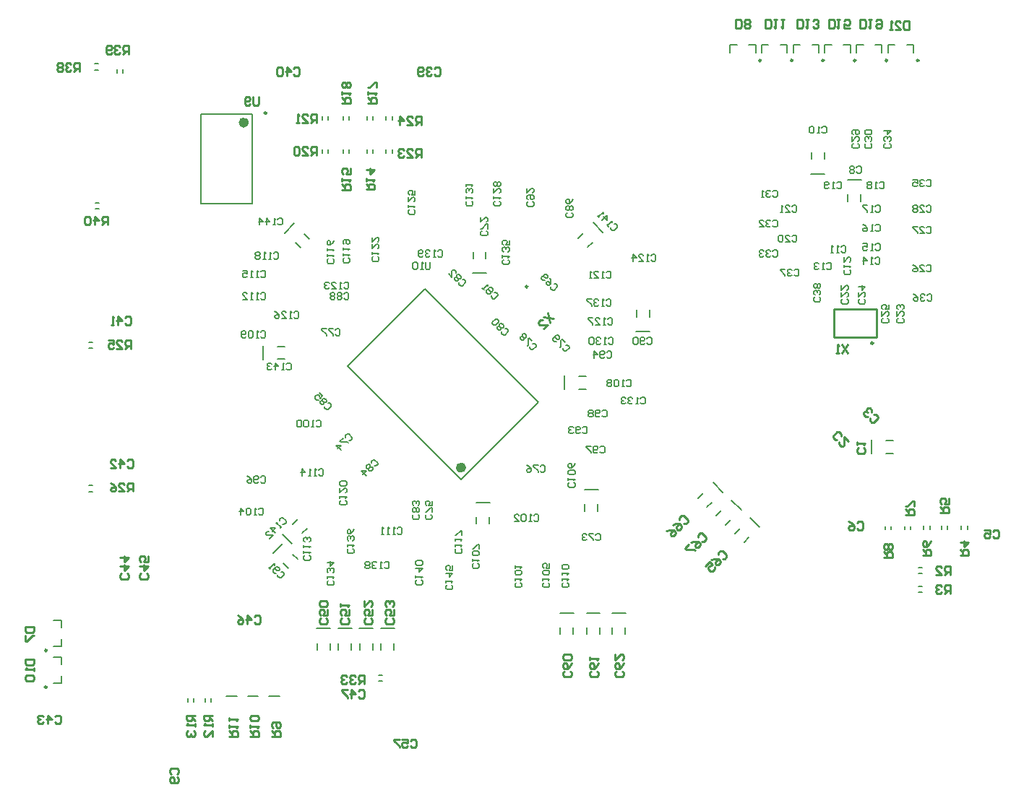
<source format=gbo>
%FSAX24Y24*%
%MOIN*%
G70*
G01*
G75*
G04 Layer_Color=39423*
%ADD10C,0.0080*%
%ADD11C,0.0079*%
%ADD12R,0.0591X0.0551*%
%ADD13R,0.0551X0.0591*%
%ADD14O,0.0236X0.0866*%
%ADD15R,0.0394X0.1575*%
%ADD16R,0.1575X0.0394*%
%ADD17R,0.1299X0.0984*%
G04:AMPARAMS|DCode=18|XSize=8.7mil|YSize=74.8mil|CornerRadius=2.2mil|HoleSize=0mil|Usage=FLASHONLY|Rotation=90.000|XOffset=0mil|YOffset=0mil|HoleType=Round|Shape=RoundedRectangle|*
%AMROUNDEDRECTD18*
21,1,0.0087,0.0705,0,0,90.0*
21,1,0.0043,0.0748,0,0,90.0*
1,1,0.0043,0.0352,0.0022*
1,1,0.0043,0.0352,-0.0022*
1,1,0.0043,-0.0352,-0.0022*
1,1,0.0043,-0.0352,0.0022*
%
%ADD18ROUNDEDRECTD18*%
G04:AMPARAMS|DCode=19|XSize=8.7mil|YSize=74.8mil|CornerRadius=2.2mil|HoleSize=0mil|Usage=FLASHONLY|Rotation=180.000|XOffset=0mil|YOffset=0mil|HoleType=Round|Shape=RoundedRectangle|*
%AMROUNDEDRECTD19*
21,1,0.0087,0.0705,0,0,180.0*
21,1,0.0043,0.0748,0,0,180.0*
1,1,0.0043,-0.0022,0.0352*
1,1,0.0043,0.0022,0.0352*
1,1,0.0043,0.0022,-0.0352*
1,1,0.0043,-0.0022,-0.0352*
%
%ADD19ROUNDEDRECTD19*%
G04:AMPARAMS|DCode=20|XSize=133.9mil|YSize=135.8mil|CornerRadius=0mil|HoleSize=0mil|Usage=FLASHONLY|Rotation=135.000|XOffset=0mil|YOffset=0mil|HoleType=Round|Shape=Rectangle|*
%AMROTATEDRECTD20*
4,1,4,0.0953,0.0007,-0.0007,-0.0953,-0.0953,-0.0007,0.0007,0.0953,0.0953,0.0007,0.0*
%
%ADD20ROTATEDRECTD20*%

%ADD21R,0.1339X0.1358*%
%ADD22R,0.2047X0.0827*%
%ADD23R,0.2047X0.1969*%
G04:AMPARAMS|DCode=24|XSize=11.8mil|YSize=65mil|CornerRadius=3mil|HoleSize=0mil|Usage=FLASHONLY|Rotation=90.000|XOffset=0mil|YOffset=0mil|HoleType=Round|Shape=RoundedRectangle|*
%AMROUNDEDRECTD24*
21,1,0.0118,0.0591,0,0,90.0*
21,1,0.0059,0.0650,0,0,90.0*
1,1,0.0059,0.0295,0.0030*
1,1,0.0059,0.0295,-0.0030*
1,1,0.0059,-0.0295,-0.0030*
1,1,0.0059,-0.0295,0.0030*
%
%ADD24ROUNDEDRECTD24*%
G04:AMPARAMS|DCode=25|XSize=11.8mil|YSize=65mil|CornerRadius=3mil|HoleSize=0mil|Usage=FLASHONLY|Rotation=0.000|XOffset=0mil|YOffset=0mil|HoleType=Round|Shape=RoundedRectangle|*
%AMROUNDEDRECTD25*
21,1,0.0118,0.0591,0,0,0.0*
21,1,0.0059,0.0650,0,0,0.0*
1,1,0.0059,0.0030,-0.0295*
1,1,0.0059,-0.0030,-0.0295*
1,1,0.0059,-0.0030,0.0295*
1,1,0.0059,0.0030,0.0295*
%
%ADD25ROUNDEDRECTD25*%
%ADD26O,0.0827X0.0177*%
%ADD27R,0.1240X0.2028*%
%ADD28O,0.0118X0.0551*%
%ADD29O,0.0551X0.0118*%
G04:AMPARAMS|DCode=30|XSize=65mil|YSize=143.7mil|CornerRadius=0mil|HoleSize=0mil|Usage=FLASHONLY|Rotation=315.000|XOffset=0mil|YOffset=0mil|HoleType=Round|Shape=Rectangle|*
%AMROTATEDRECTD30*
4,1,4,-0.0738,-0.0278,0.0278,0.0738,0.0738,0.0278,-0.0278,-0.0738,-0.0738,-0.0278,0.0*
%
%ADD30ROTATEDRECTD30*%

G04:AMPARAMS|DCode=31|XSize=11.8mil|YSize=55.1mil|CornerRadius=0mil|HoleSize=0mil|Usage=FLASHONLY|Rotation=315.000|XOffset=0mil|YOffset=0mil|HoleType=Round|Shape=Round|*
%AMOVALD31*
21,1,0.0433,0.0118,0.0000,0.0000,45.0*
1,1,0.0118,-0.0153,-0.0153*
1,1,0.0118,0.0153,0.0153*
%
%ADD31OVALD31*%

G04:AMPARAMS|DCode=32|XSize=11.8mil|YSize=55.1mil|CornerRadius=0mil|HoleSize=0mil|Usage=FLASHONLY|Rotation=45.000|XOffset=0mil|YOffset=0mil|HoleType=Round|Shape=Round|*
%AMOVALD32*
21,1,0.0433,0.0118,0.0000,0.0000,135.0*
1,1,0.0118,0.0153,-0.0153*
1,1,0.0118,-0.0153,0.0153*
%
%ADD32OVALD32*%

%ADD33R,0.0650X0.1437*%
%ADD34R,0.0197X0.0236*%
%ADD35R,0.0236X0.0197*%
%ADD36R,0.0354X0.0276*%
%ADD37R,0.0276X0.0354*%
%ADD38R,0.0354X0.0315*%
%ADD39R,0.0315X0.0354*%
G04:AMPARAMS|DCode=40|XSize=35.4mil|YSize=31.5mil|CornerRadius=0mil|HoleSize=0mil|Usage=FLASHONLY|Rotation=225.000|XOffset=0mil|YOffset=0mil|HoleType=Round|Shape=Rectangle|*
%AMROTATEDRECTD40*
4,1,4,0.0014,0.0237,0.0237,0.0014,-0.0014,-0.0237,-0.0237,-0.0014,0.0014,0.0237,0.0*
%
%ADD40ROTATEDRECTD40*%

%ADD41R,0.0551X0.0472*%
G04:AMPARAMS|DCode=42|XSize=35.4mil|YSize=27.6mil|CornerRadius=0mil|HoleSize=0mil|Usage=FLASHONLY|Rotation=45.000|XOffset=0mil|YOffset=0mil|HoleType=Round|Shape=Rectangle|*
%AMROTATEDRECTD42*
4,1,4,-0.0028,-0.0223,-0.0223,-0.0028,0.0028,0.0223,0.0223,0.0028,-0.0028,-0.0223,0.0*
%
%ADD42ROTATEDRECTD42*%

%ADD43P,0.2840X4X270.0*%
G04:AMPARAMS|DCode=44|XSize=11.8mil|YSize=39.4mil|CornerRadius=0mil|HoleSize=0mil|Usage=FLASHONLY|Rotation=225.000|XOffset=0mil|YOffset=0mil|HoleType=Round|Shape=Rectangle|*
%AMROTATEDRECTD44*
4,1,4,-0.0097,0.0181,0.0181,-0.0097,0.0097,-0.0181,-0.0181,0.0097,-0.0097,0.0181,0.0*
%
%ADD44ROTATEDRECTD44*%

G04:AMPARAMS|DCode=45|XSize=11.8mil|YSize=39.4mil|CornerRadius=0mil|HoleSize=0mil|Usage=FLASHONLY|Rotation=315.000|XOffset=0mil|YOffset=0mil|HoleType=Round|Shape=Rectangle|*
%AMROTATEDRECTD45*
4,1,4,-0.0181,-0.0097,0.0097,0.0181,0.0181,0.0097,-0.0097,-0.0181,-0.0181,-0.0097,0.0*
%
%ADD45ROTATEDRECTD45*%

%ADD46R,0.0236X0.0453*%
%ADD47C,0.0118*%
%ADD48C,0.0197*%
%ADD49C,0.0110*%
%ADD50C,0.0315*%
%ADD51C,0.0236*%
%ADD52C,0.0551*%
%ADD53C,0.0157*%
%ADD54C,0.0276*%
%ADD55C,0.0100*%
%ADD56C,0.0709*%
%ADD57C,0.0787*%
%ADD58C,0.0472*%
%ADD59C,0.0512*%
%ADD60C,0.0827*%
%ADD61C,0.0120*%
%ADD62R,0.3858X0.3858*%
%ADD63O,0.2362X0.2756*%
%ADD64C,0.0551*%
%ADD65O,0.2756X0.2362*%
%ADD66O,0.1181X0.1024*%
%ADD67R,0.0827X0.0827*%
%ADD68C,0.0827*%
%ADD69C,0.0709*%
%ADD70C,0.1575*%
%ADD71C,0.1181*%
%ADD72O,0.2362X0.1969*%
%ADD73O,0.2362X0.1575*%
%ADD74O,0.1181X0.2362*%
%ADD75C,0.0748*%
%ADD76R,0.0748X0.0748*%
%ADD77R,0.0748X0.0748*%
%ADD78R,0.0787X0.0787*%
%ADD79C,0.0787*%
%ADD80C,0.2362*%
%ADD81C,0.1654*%
%ADD82C,0.0630*%
%ADD83R,0.0630X0.0630*%
%ADD84C,0.0280*%
%ADD85C,0.0472*%
%ADD86C,0.0079*%
G04:AMPARAMS|DCode=87|XSize=16.5mil|YSize=65mil|CornerRadius=4.1mil|HoleSize=0mil|Usage=FLASHONLY|Rotation=45.000|XOffset=0mil|YOffset=0mil|HoleType=Round|Shape=RoundedRectangle|*
%AMROUNDEDRECTD87*
21,1,0.0165,0.0567,0,0,45.0*
21,1,0.0083,0.0650,0,0,45.0*
1,1,0.0083,0.0230,-0.0171*
1,1,0.0083,0.0171,-0.0230*
1,1,0.0083,-0.0230,0.0171*
1,1,0.0083,-0.0171,0.0230*
%
%ADD87ROUNDEDRECTD87*%
G04:AMPARAMS|DCode=88|XSize=16.5mil|YSize=65mil|CornerRadius=4.1mil|HoleSize=0mil|Usage=FLASHONLY|Rotation=315.000|XOffset=0mil|YOffset=0mil|HoleType=Round|Shape=RoundedRectangle|*
%AMROUNDEDRECTD88*
21,1,0.0165,0.0567,0,0,315.0*
21,1,0.0083,0.0650,0,0,315.0*
1,1,0.0083,-0.0171,-0.0230*
1,1,0.0083,-0.0230,-0.0171*
1,1,0.0083,0.0171,0.0230*
1,1,0.0083,0.0230,0.0171*
%
%ADD88ROUNDEDRECTD88*%
G04:AMPARAMS|DCode=89|XSize=19.7mil|YSize=23.6mil|CornerRadius=0mil|HoleSize=0mil|Usage=FLASHONLY|Rotation=315.000|XOffset=0mil|YOffset=0mil|HoleType=Round|Shape=Rectangle|*
%AMROTATEDRECTD89*
4,1,4,-0.0153,-0.0014,0.0014,0.0153,0.0153,0.0014,-0.0014,-0.0153,-0.0153,-0.0014,0.0*
%
%ADD89ROTATEDRECTD89*%

%ADD90R,0.0433X0.0669*%
G04:AMPARAMS|DCode=91|XSize=66.9mil|YSize=43.3mil|CornerRadius=0mil|HoleSize=0mil|Usage=FLASHONLY|Rotation=225.000|XOffset=0mil|YOffset=0mil|HoleType=Round|Shape=Rectangle|*
%AMROTATEDRECTD91*
4,1,4,0.0084,0.0390,0.0390,0.0084,-0.0084,-0.0390,-0.0390,-0.0084,0.0084,0.0390,0.0*
%
%ADD91ROTATEDRECTD91*%

%ADD92R,0.0669X0.0433*%
G04:AMPARAMS|DCode=93|XSize=66.9mil|YSize=43.3mil|CornerRadius=0mil|HoleSize=0mil|Usage=FLASHONLY|Rotation=135.000|XOffset=0mil|YOffset=0mil|HoleType=Round|Shape=Rectangle|*
%AMROTATEDRECTD93*
4,1,4,0.0390,-0.0084,0.0084,-0.0390,-0.0390,0.0084,-0.0084,0.0390,0.0390,-0.0084,0.0*
%
%ADD93ROTATEDRECTD93*%

%ADD94O,0.0984X0.0295*%
%ADD95R,0.0630X0.0512*%
G04:AMPARAMS|DCode=96|XSize=49.2mil|YSize=33.5mil|CornerRadius=0mil|HoleSize=0mil|Usage=FLASHONLY|Rotation=135.000|XOffset=0mil|YOffset=0mil|HoleType=Round|Shape=Rectangle|*
%AMROTATEDRECTD96*
4,1,4,0.0292,-0.0056,0.0056,-0.0292,-0.0292,0.0056,-0.0056,0.0292,0.0292,-0.0056,0.0*
%
%ADD96ROTATEDRECTD96*%

G04:AMPARAMS|DCode=97|XSize=19.7mil|YSize=23.6mil|CornerRadius=0mil|HoleSize=0mil|Usage=FLASHONLY|Rotation=225.000|XOffset=0mil|YOffset=0mil|HoleType=Round|Shape=Rectangle|*
%AMROTATEDRECTD97*
4,1,4,-0.0014,0.0153,0.0153,-0.0014,0.0014,-0.0153,-0.0153,0.0014,-0.0014,0.0153,0.0*
%
%ADD97ROTATEDRECTD97*%

%ADD98R,0.0433X0.0551*%
%ADD99R,0.0551X0.0433*%
%ADD100R,0.0453X0.0236*%
%ADD101C,0.0394*%
%ADD102C,0.0433*%
%ADD103C,0.0630*%
%ADD104C,0.0984*%
%ADD105C,0.1575*%
%ADD106C,0.1181*%
%ADD107C,0.0098*%
%ADD108C,0.0010*%
%ADD109R,0.0671X0.0631*%
%ADD110R,0.0631X0.0671*%
%ADD111O,0.0316X0.0946*%
%ADD112R,0.0474X0.1655*%
%ADD113R,0.1655X0.0474*%
%ADD114R,0.1379X0.1064*%
G04:AMPARAMS|DCode=115|XSize=16.7mil|YSize=82.8mil|CornerRadius=6.2mil|HoleSize=0mil|Usage=FLASHONLY|Rotation=90.000|XOffset=0mil|YOffset=0mil|HoleType=Round|Shape=RoundedRectangle|*
%AMROUNDEDRECTD115*
21,1,0.0167,0.0705,0,0,90.0*
21,1,0.0043,0.0828,0,0,90.0*
1,1,0.0123,0.0352,0.0022*
1,1,0.0123,0.0352,-0.0022*
1,1,0.0123,-0.0352,-0.0022*
1,1,0.0123,-0.0352,0.0022*
%
%ADD115ROUNDEDRECTD115*%
G04:AMPARAMS|DCode=116|XSize=16.7mil|YSize=82.8mil|CornerRadius=6.2mil|HoleSize=0mil|Usage=FLASHONLY|Rotation=180.000|XOffset=0mil|YOffset=0mil|HoleType=Round|Shape=RoundedRectangle|*
%AMROUNDEDRECTD116*
21,1,0.0167,0.0705,0,0,180.0*
21,1,0.0043,0.0828,0,0,180.0*
1,1,0.0123,-0.0022,0.0352*
1,1,0.0123,0.0022,0.0352*
1,1,0.0123,0.0022,-0.0352*
1,1,0.0123,-0.0022,-0.0352*
%
%ADD116ROUNDEDRECTD116*%
G04:AMPARAMS|DCode=117|XSize=141.9mil|YSize=143.8mil|CornerRadius=0mil|HoleSize=0mil|Usage=FLASHONLY|Rotation=135.000|XOffset=0mil|YOffset=0mil|HoleType=Round|Shape=Rectangle|*
%AMROTATEDRECTD117*
4,1,4,0.1010,0.0007,-0.0007,-0.1010,-0.1010,-0.0007,0.0007,0.1010,0.1010,0.0007,0.0*
%
%ADD117ROTATEDRECTD117*%

%ADD118R,0.1419X0.1438*%
%ADD119R,0.2127X0.0907*%
%ADD120R,0.2127X0.2049*%
G04:AMPARAMS|DCode=121|XSize=19.8mil|YSize=73mil|CornerRadius=7mil|HoleSize=0mil|Usage=FLASHONLY|Rotation=90.000|XOffset=0mil|YOffset=0mil|HoleType=Round|Shape=RoundedRectangle|*
%AMROUNDEDRECTD121*
21,1,0.0198,0.0591,0,0,90.0*
21,1,0.0059,0.0730,0,0,90.0*
1,1,0.0139,0.0295,0.0030*
1,1,0.0139,0.0295,-0.0030*
1,1,0.0139,-0.0295,-0.0030*
1,1,0.0139,-0.0295,0.0030*
%
%ADD121ROUNDEDRECTD121*%
G04:AMPARAMS|DCode=122|XSize=19.8mil|YSize=73mil|CornerRadius=7mil|HoleSize=0mil|Usage=FLASHONLY|Rotation=0.000|XOffset=0mil|YOffset=0mil|HoleType=Round|Shape=RoundedRectangle|*
%AMROUNDEDRECTD122*
21,1,0.0198,0.0591,0,0,0.0*
21,1,0.0059,0.0730,0,0,0.0*
1,1,0.0139,0.0030,-0.0295*
1,1,0.0139,-0.0030,-0.0295*
1,1,0.0139,-0.0030,0.0295*
1,1,0.0139,0.0030,0.0295*
%
%ADD122ROUNDEDRECTD122*%
%ADD123O,0.0907X0.0257*%
%ADD124R,0.1320X0.2108*%
%ADD125O,0.0198X0.0631*%
%ADD126O,0.0631X0.0198*%
G04:AMPARAMS|DCode=127|XSize=73mil|YSize=151.7mil|CornerRadius=0mil|HoleSize=0mil|Usage=FLASHONLY|Rotation=315.000|XOffset=0mil|YOffset=0mil|HoleType=Round|Shape=Rectangle|*
%AMROTATEDRECTD127*
4,1,4,-0.0794,-0.0278,0.0278,0.0794,0.0794,0.0278,-0.0278,-0.0794,-0.0794,-0.0278,0.0*
%
%ADD127ROTATEDRECTD127*%

G04:AMPARAMS|DCode=128|XSize=19.8mil|YSize=63.1mil|CornerRadius=0mil|HoleSize=0mil|Usage=FLASHONLY|Rotation=315.000|XOffset=0mil|YOffset=0mil|HoleType=Round|Shape=Round|*
%AMOVALD128*
21,1,0.0433,0.0198,0.0000,0.0000,45.0*
1,1,0.0198,-0.0153,-0.0153*
1,1,0.0198,0.0153,0.0153*
%
%ADD128OVALD128*%

G04:AMPARAMS|DCode=129|XSize=19.8mil|YSize=63.1mil|CornerRadius=0mil|HoleSize=0mil|Usage=FLASHONLY|Rotation=45.000|XOffset=0mil|YOffset=0mil|HoleType=Round|Shape=Round|*
%AMOVALD129*
21,1,0.0433,0.0198,0.0000,0.0000,135.0*
1,1,0.0198,0.0153,-0.0153*
1,1,0.0198,-0.0153,0.0153*
%
%ADD129OVALD129*%

%ADD130R,0.0730X0.1517*%
%ADD131R,0.0277X0.0316*%
%ADD132R,0.0316X0.0277*%
%ADD133R,0.0434X0.0356*%
%ADD134R,0.0356X0.0434*%
%ADD135R,0.0434X0.0395*%
%ADD136R,0.0395X0.0434*%
G04:AMPARAMS|DCode=137|XSize=43.4mil|YSize=39.5mil|CornerRadius=0mil|HoleSize=0mil|Usage=FLASHONLY|Rotation=225.000|XOffset=0mil|YOffset=0mil|HoleType=Round|Shape=Rectangle|*
%AMROTATEDRECTD137*
4,1,4,0.0014,0.0293,0.0293,0.0014,-0.0014,-0.0293,-0.0293,-0.0014,0.0014,0.0293,0.0*
%
%ADD137ROTATEDRECTD137*%

%ADD138R,0.0631X0.0552*%
G04:AMPARAMS|DCode=139|XSize=43.4mil|YSize=35.6mil|CornerRadius=0mil|HoleSize=0mil|Usage=FLASHONLY|Rotation=45.000|XOffset=0mil|YOffset=0mil|HoleType=Round|Shape=Rectangle|*
%AMROTATEDRECTD139*
4,1,4,-0.0028,-0.0279,-0.0279,-0.0028,0.0028,0.0279,0.0279,0.0028,-0.0028,-0.0279,0.0*
%
%ADD139ROTATEDRECTD139*%

%ADD140P,0.2953X4X270.0*%
G04:AMPARAMS|DCode=141|XSize=19.8mil|YSize=47.4mil|CornerRadius=0mil|HoleSize=0mil|Usage=FLASHONLY|Rotation=225.000|XOffset=0mil|YOffset=0mil|HoleType=Round|Shape=Rectangle|*
%AMROTATEDRECTD141*
4,1,4,-0.0097,0.0238,0.0238,-0.0097,0.0097,-0.0238,-0.0238,0.0097,-0.0097,0.0238,0.0*
%
%ADD141ROTATEDRECTD141*%

G04:AMPARAMS|DCode=142|XSize=19.8mil|YSize=47.4mil|CornerRadius=0mil|HoleSize=0mil|Usage=FLASHONLY|Rotation=315.000|XOffset=0mil|YOffset=0mil|HoleType=Round|Shape=Rectangle|*
%AMROTATEDRECTD142*
4,1,4,-0.0238,-0.0097,0.0097,0.0238,0.0238,0.0097,-0.0097,-0.0238,-0.0238,-0.0097,0.0*
%
%ADD142ROTATEDRECTD142*%

%ADD143R,0.0316X0.0533*%
%ADD144O,0.2442X0.2836*%
%ADD145C,0.0631*%
%ADD146O,0.2836X0.2442*%
%ADD147O,0.1261X0.1104*%
%ADD148R,0.0907X0.0907*%
%ADD149C,0.0907*%
%ADD150C,0.0789*%
%ADD151C,0.1655*%
%ADD152C,0.1261*%
%ADD153O,0.2442X0.2049*%
%ADD154O,0.2442X0.1655*%
%ADD155O,0.1261X0.2442*%
%ADD156C,0.0828*%
%ADD157R,0.0828X0.0828*%
%ADD158R,0.0828X0.0828*%
%ADD159R,0.0867X0.0867*%
%ADD160C,0.0867*%
%ADD161C,0.2442*%
%ADD162C,0.1734*%
%ADD163C,0.0710*%
%ADD164R,0.0710X0.0710*%
%ADD165C,0.0360*%
%ADD166C,0.0552*%
G04:AMPARAMS|DCode=167|XSize=24.5mil|YSize=73mil|CornerRadius=8.1mil|HoleSize=0mil|Usage=FLASHONLY|Rotation=45.000|XOffset=0mil|YOffset=0mil|HoleType=Round|Shape=RoundedRectangle|*
%AMROUNDEDRECTD167*
21,1,0.0245,0.0567,0,0,45.0*
21,1,0.0083,0.0730,0,0,45.0*
1,1,0.0163,0.0230,-0.0171*
1,1,0.0163,0.0171,-0.0230*
1,1,0.0163,-0.0230,0.0171*
1,1,0.0163,-0.0171,0.0230*
%
%ADD167ROUNDEDRECTD167*%
G04:AMPARAMS|DCode=168|XSize=24.5mil|YSize=73mil|CornerRadius=8.1mil|HoleSize=0mil|Usage=FLASHONLY|Rotation=315.000|XOffset=0mil|YOffset=0mil|HoleType=Round|Shape=RoundedRectangle|*
%AMROUNDEDRECTD168*
21,1,0.0245,0.0567,0,0,315.0*
21,1,0.0083,0.0730,0,0,315.0*
1,1,0.0163,-0.0171,-0.0230*
1,1,0.0163,-0.0230,-0.0171*
1,1,0.0163,0.0171,0.0230*
1,1,0.0163,0.0230,0.0171*
%
%ADD168ROUNDEDRECTD168*%
G04:AMPARAMS|DCode=169|XSize=27.7mil|YSize=31.6mil|CornerRadius=0mil|HoleSize=0mil|Usage=FLASHONLY|Rotation=315.000|XOffset=0mil|YOffset=0mil|HoleType=Round|Shape=Rectangle|*
%AMROTATEDRECTD169*
4,1,4,-0.0210,-0.0014,0.0014,0.0210,0.0210,0.0014,-0.0014,-0.0210,-0.0210,-0.0014,0.0*
%
%ADD169ROTATEDRECTD169*%

%ADD170R,0.0513X0.0749*%
G04:AMPARAMS|DCode=171|XSize=74.9mil|YSize=51.3mil|CornerRadius=0mil|HoleSize=0mil|Usage=FLASHONLY|Rotation=225.000|XOffset=0mil|YOffset=0mil|HoleType=Round|Shape=Rectangle|*
%AMROTATEDRECTD171*
4,1,4,0.0084,0.0446,0.0446,0.0084,-0.0084,-0.0446,-0.0446,-0.0084,0.0084,0.0446,0.0*
%
%ADD171ROTATEDRECTD171*%

%ADD172R,0.0749X0.0513*%
G04:AMPARAMS|DCode=173|XSize=74.9mil|YSize=51.3mil|CornerRadius=0mil|HoleSize=0mil|Usage=FLASHONLY|Rotation=135.000|XOffset=0mil|YOffset=0mil|HoleType=Round|Shape=Rectangle|*
%AMROTATEDRECTD173*
4,1,4,0.0446,-0.0084,0.0084,-0.0446,-0.0446,0.0084,-0.0084,0.0446,0.0446,-0.0084,0.0*
%
%ADD173ROTATEDRECTD173*%

%ADD174O,0.1064X0.0375*%
%ADD175R,0.0710X0.0592*%
G04:AMPARAMS|DCode=176|XSize=57.2mil|YSize=41.5mil|CornerRadius=0mil|HoleSize=0mil|Usage=FLASHONLY|Rotation=135.000|XOffset=0mil|YOffset=0mil|HoleType=Round|Shape=Rectangle|*
%AMROTATEDRECTD176*
4,1,4,0.0349,-0.0056,0.0056,-0.0349,-0.0349,0.0056,-0.0056,0.0349,0.0349,-0.0056,0.0*
%
%ADD176ROTATEDRECTD176*%

G04:AMPARAMS|DCode=177|XSize=27.7mil|YSize=31.6mil|CornerRadius=0mil|HoleSize=0mil|Usage=FLASHONLY|Rotation=225.000|XOffset=0mil|YOffset=0mil|HoleType=Round|Shape=Rectangle|*
%AMROTATEDRECTD177*
4,1,4,-0.0014,0.0210,0.0210,-0.0014,0.0014,-0.0210,-0.0210,0.0014,-0.0014,0.0210,0.0*
%
%ADD177ROTATEDRECTD177*%

%ADD178R,0.0513X0.0631*%
%ADD179R,0.0631X0.0513*%
%ADD180R,0.0533X0.0316*%
%ADD181C,0.0075*%
D11*
X025050Y030284D02*
X028614Y033847D01*
X030284Y025050D02*
X033847Y028614D01*
X028614Y033847D02*
X033847Y028614D01*
X025050Y030284D02*
X030284Y025050D01*
X049222Y026250D02*
Y026880D01*
X049902Y026860D02*
X050217D01*
X049902Y026270D02*
X050217D01*
X021609Y021647D02*
X022054Y022092D01*
X022520Y021598D02*
X022743Y021375D01*
X022103Y021180D02*
X022326Y020958D01*
X038366Y031880D02*
X038996D01*
X038386Y032559D02*
Y032874D01*
X038976Y032559D02*
Y032874D01*
X042760Y024103D02*
X043206Y023658D01*
X042489Y022969D02*
X042712Y023192D01*
X042071Y023386D02*
X042294Y023609D01*
X041907Y024917D02*
X042352Y024472D01*
X041635Y023783D02*
X041858Y024006D01*
X041218Y024201D02*
X041441Y024423D01*
X043614Y023289D02*
X044059Y022844D01*
X043342Y022155D02*
X043565Y022377D01*
X042925Y022572D02*
X043147Y022795D01*
X037244Y018907D02*
X037874D01*
X037854Y017913D02*
Y018228D01*
X037264Y017913D02*
Y018228D01*
X036073Y018907D02*
X036703D01*
X036683Y017913D02*
Y018228D01*
X036093Y017913D02*
Y018228D01*
X034852Y018907D02*
X035482D01*
X035463Y017913D02*
Y018228D01*
X034872Y017913D02*
Y018228D01*
X026583Y018176D02*
X027213D01*
X027193Y017181D02*
Y017496D01*
X026603Y017181D02*
Y017496D01*
X025599Y018176D02*
X026229D01*
X026209Y017181D02*
Y017496D01*
X025618Y017181D02*
Y017496D01*
X024614Y018176D02*
X025244D01*
X025225Y017181D02*
Y017496D01*
X024634Y017181D02*
Y017496D01*
X023630Y018176D02*
X024260D01*
X024240Y017181D02*
Y017496D01*
X023650Y017181D02*
Y017496D01*
X046438Y039162D02*
X047068D01*
X046458Y039841D02*
Y040156D01*
X047048Y039841D02*
Y040156D01*
X048110Y038888D02*
X048740D01*
X048720Y037894D02*
Y038209D01*
X048130Y037894D02*
Y038209D01*
X022160Y036440D02*
X022605Y036885D01*
X023072Y036391D02*
X023294Y036168D01*
X022654Y035974D02*
X022877Y035751D01*
X021152Y030591D02*
Y031220D01*
X021831Y031201D02*
X022146D01*
X021831Y030610D02*
X022146D01*
X035049Y029213D02*
Y029843D01*
X035728Y029823D02*
X036043D01*
X035728Y029232D02*
X036043D01*
X030984Y024006D02*
X031614D01*
X031594Y023012D02*
Y023327D01*
X031004Y023012D02*
Y023327D01*
X030827Y034577D02*
X031457D01*
X030846Y035256D02*
Y035571D01*
X031437Y035256D02*
Y035571D01*
X035984Y024596D02*
X036614D01*
X036594Y023602D02*
Y023917D01*
X036004Y023602D02*
Y023917D01*
X036391Y036915D02*
X036836Y036469D01*
X036119Y035780D02*
X036342Y036003D01*
X035702Y036198D02*
X035924Y036421D01*
X022042Y022527D02*
X022487Y022081D01*
X022536Y022993D02*
X022759Y023216D01*
X022954Y022575D02*
X023176Y022798D01*
X020659Y037795D02*
Y041929D01*
X018278Y037795D02*
Y041929D01*
X020659D01*
X018278Y037795D02*
X020659D01*
X051398Y020728D02*
X051555Y020728D01*
X051398Y021004D02*
X051555Y021004D01*
X051398Y019843D02*
X051555Y019843D01*
X051398Y020118D02*
X051555Y020118D01*
X053642Y022756D02*
Y022913D01*
X053366Y022756D02*
Y022913D01*
X052461Y022913D02*
X052461Y022756D01*
X052736Y022913D02*
X052736Y022756D01*
X051634Y022756D02*
Y022913D01*
X051909Y022756D02*
Y022913D01*
X050748Y022746D02*
Y022904D01*
X051024Y022746D02*
X051024Y022904D01*
X049862Y022746D02*
X049862Y022904D01*
X050138Y022746D02*
Y022904D01*
X021437Y015059D02*
X021909Y015059D01*
X020453D02*
X020925D01*
X019469D02*
X019941Y015059D01*
X018484Y014941D02*
X018484Y014783D01*
X018760Y014941D02*
X018760Y014783D01*
X017697D02*
Y014941D01*
X017972Y014783D02*
Y014941D01*
X026220Y040138D02*
Y040295D01*
X025945Y040138D02*
Y040295D01*
X025138Y040138D02*
Y040295D01*
X024862Y040138D02*
Y040295D01*
X026220Y041654D02*
Y041811D01*
X025945Y041654D02*
Y041811D01*
X025138Y041654D02*
Y041811D01*
X024862Y041811D02*
X024862Y041654D01*
X023878Y040138D02*
Y040295D01*
X024154Y040138D02*
Y040295D01*
X023878Y041654D02*
Y041811D01*
X024154Y041654D02*
Y041811D01*
X026831Y040138D02*
Y040295D01*
X027106Y040138D02*
Y040295D01*
X026831Y041654D02*
Y041811D01*
X027106Y041654D02*
Y041811D01*
X013130Y031120D02*
X013287D01*
X013130Y031396D02*
X013287D01*
X013130Y024506D02*
X013287D01*
X013130Y024782D02*
X013287Y024782D01*
X026484Y015744D02*
X026642D01*
X026484Y016020D02*
X026642Y016020D01*
X013396Y044242D02*
X013553D01*
X013396Y043967D02*
X013553D01*
X014685Y043829D02*
Y043986D01*
X014409Y043829D02*
Y043986D01*
X013415Y037825D02*
X013573D01*
X013415Y037549D02*
X013573D01*
X011850Y016535D02*
Y016850D01*
X011496D02*
X011850D01*
Y015669D02*
Y015984D01*
X011496Y015669D02*
X011850D01*
X011496Y017362D02*
X011850D01*
Y017677D01*
X011496Y018543D02*
X011850D01*
Y018228D02*
Y018543D01*
X051161Y044764D02*
Y045118D01*
X050846D02*
X051161D01*
X049980Y044764D02*
Y045118D01*
X050295D01*
X049705Y044764D02*
Y045118D01*
X049390D02*
X049705D01*
X048524Y044764D02*
Y045118D01*
X048839D01*
X048248Y044764D02*
Y045118D01*
X047933D02*
X048248D01*
X047067Y044764D02*
Y045118D01*
X047382D01*
X046791Y044764D02*
Y045118D01*
X046476D02*
X046791D01*
X045610Y044764D02*
Y045118D01*
X045925D01*
X045335Y044764D02*
Y045118D01*
X045020D02*
X045335D01*
X044154Y044764D02*
Y045118D01*
X044468D01*
X043878Y044764D02*
Y045118D01*
X043563D02*
X043878D01*
X042697Y044764D02*
Y045118D01*
X043012D01*
D51*
X030402Y025607D02*
G03*
X030402Y025607I-000118J000000D01*
G01*
X020384Y041535D02*
G03*
X020384Y041535I-000118J000000D01*
G01*
D55*
X049311Y031348D02*
G03*
X049311Y031348I-000059J000000D01*
G01*
X047500Y031634D02*
X049468D01*
Y031634D02*
Y032933D01*
X047500Y031634D02*
Y032933D01*
X049468D01*
X048871Y026532D02*
X048937Y026466D01*
Y026335D01*
X048871Y026270D01*
X048609D01*
X048543Y026335D01*
Y026466D01*
X048609Y026532D01*
X048543Y026663D02*
Y026794D01*
Y026729D01*
X048937D01*
X048871Y026663D01*
X047634Y026885D02*
X047542D01*
X047449Y026978D01*
Y027070D01*
X047634Y027256D01*
X047727D01*
X047820Y027163D01*
Y027070D01*
X048144Y026839D02*
X047959Y027024D01*
Y026653D01*
X047913Y026607D01*
X047820Y026607D01*
X047727Y026699D01*
Y026792D01*
X049328Y028062D02*
X049421D01*
X049514Y027970D01*
Y027877D01*
X049328Y027691D01*
X049236D01*
X049143Y027784D01*
Y027877D01*
X049236Y028155D02*
Y028248D01*
X049143Y028341D01*
X049050Y028341D01*
X049004Y028294D01*
Y028201D01*
X049050Y028155D01*
X049004Y028201D01*
X048911Y028201D01*
X048865Y028155D01*
Y028062D01*
X048957Y027970D01*
X049050D01*
X054816Y022671D02*
X054882Y022736D01*
X055013D01*
X055079Y022671D01*
Y022408D01*
X055013Y022343D01*
X054882D01*
X054816Y022408D01*
X054423Y022736D02*
X054685D01*
Y022539D01*
X054554Y022605D01*
X054488D01*
X054423Y022539D01*
Y022408D01*
X054488Y022343D01*
X054620D01*
X054685Y022408D01*
X048557Y023054D02*
X048622Y023120D01*
X048753D01*
X048819Y023054D01*
Y022792D01*
X048753Y022726D01*
X048622D01*
X048557Y022792D01*
X048163Y023120D02*
X048294Y023054D01*
X048425Y022923D01*
Y022792D01*
X048360Y022726D01*
X048229D01*
X048163Y022792D01*
Y022858D01*
X048229Y022923D01*
X048425D01*
X016916Y011450D02*
X016851Y011516D01*
Y011647D01*
X016916Y011713D01*
X017178D01*
X017244Y011647D01*
Y011516D01*
X017178Y011450D01*
Y011319D02*
X017244Y011253D01*
Y011122D01*
X017178Y011057D01*
X016916D01*
X016851Y011122D01*
Y011253D01*
X016916Y011319D01*
X016982D01*
X017047Y011253D01*
Y011057D01*
X052854Y020669D02*
Y021063D01*
X052658D01*
X052592Y020997D01*
Y020866D01*
X052658Y020800D01*
X052854D01*
X052723D02*
X052592Y020669D01*
X052198D02*
X052461D01*
X052198Y020932D01*
Y020997D01*
X052264Y021063D01*
X052395D01*
X052461Y020997D01*
X052854Y019783D02*
Y020177D01*
X052658D01*
X052592Y020111D01*
Y019980D01*
X052658Y019915D01*
X052854D01*
X052723D02*
X052592Y019783D01*
X052461Y020111D02*
X052395Y020177D01*
X052264D01*
X052198Y020111D01*
Y020046D01*
X052264Y019980D01*
X052330D01*
X052264D01*
X052198Y019915D01*
Y019849D01*
X052264Y019783D01*
X052395D01*
X052461Y019849D01*
X053307Y021555D02*
X053701D01*
Y021752D01*
X053635Y021818D01*
X053504D01*
X053438Y021752D01*
Y021555D01*
Y021686D02*
X053307Y021818D01*
Y022145D02*
X053701D01*
X053504Y021949D01*
Y022211D01*
X052402Y023524D02*
X052795D01*
Y023720D01*
X052730Y023786D01*
X052598D01*
X052533Y023720D01*
Y023524D01*
Y023655D02*
X052402Y023786D01*
X052795Y024180D02*
Y023917D01*
X052598D01*
X052664Y024048D01*
Y024114D01*
X052598Y024180D01*
X052467D01*
X052402Y024114D01*
Y023983D01*
X052467Y023917D01*
X051575Y021555D02*
X051968D01*
Y021752D01*
X051903Y021818D01*
X051772D01*
X051706Y021752D01*
Y021555D01*
Y021686D02*
X051575Y021818D01*
X051968Y022211D02*
X051903Y022080D01*
X051772Y021949D01*
X051640D01*
X051575Y022014D01*
Y022145D01*
X051640Y022211D01*
X051706D01*
X051772Y022145D01*
Y021949D01*
X050787Y023415D02*
X051181D01*
Y023612D01*
X051115Y023678D01*
X050984D01*
X050919Y023612D01*
Y023415D01*
Y023547D02*
X050787Y023678D01*
X051181Y023809D02*
Y024071D01*
X051115D01*
X050853Y023809D01*
X050787D01*
X049803Y021447D02*
X050197D01*
Y021644D01*
X050131Y021709D01*
X050000D01*
X049934Y021644D01*
Y021447D01*
Y021578D02*
X049803Y021709D01*
X050131Y021840D02*
X050197Y021906D01*
Y022037D01*
X050131Y022103D01*
X050066D01*
X050000Y022037D01*
X049934Y022103D01*
X049869D01*
X049803Y022037D01*
Y021906D01*
X049869Y021840D01*
X049934D01*
X050000Y021906D01*
X050066Y021840D01*
X050131D01*
X050000Y021906D02*
Y022037D01*
X021555Y013189D02*
X021949D01*
Y013386D01*
X021883Y013451D01*
X021752D01*
X021686Y013386D01*
Y013189D01*
Y013320D02*
X021555Y013451D01*
X021621Y013583D02*
X021555Y013648D01*
Y013779D01*
X021621Y013845D01*
X021883D01*
X021949Y013779D01*
Y013648D01*
X021883Y013583D01*
X021818D01*
X021752Y013648D01*
Y013845D01*
X020571Y013189D02*
X020964D01*
Y013386D01*
X020899Y013451D01*
X020768D01*
X020702Y013386D01*
Y013189D01*
Y013320D02*
X020571Y013451D01*
Y013583D02*
Y013714D01*
Y013648D01*
X020964D01*
X020899Y013583D01*
Y013911D02*
X020964Y013976D01*
Y014107D01*
X020899Y014173D01*
X020636D01*
X020571Y014107D01*
Y013976D01*
X020636Y013911D01*
X020899D01*
X019587Y013189D02*
X019980D01*
Y013386D01*
X019915Y013451D01*
X019783D01*
X019718Y013386D01*
Y013189D01*
Y013320D02*
X019587Y013451D01*
Y013583D02*
Y013714D01*
Y013648D01*
X019980D01*
X019915Y013583D01*
X019587Y013911D02*
Y014042D01*
Y013976D01*
X019980D01*
X019915Y013911D01*
X018819Y014173D02*
X018425D01*
Y013976D01*
X018491Y013911D01*
X018622D01*
X018688Y013976D01*
Y014173D01*
Y014042D02*
X018819Y013911D01*
Y013780D02*
Y013648D01*
Y013714D01*
X018425D01*
X018491Y013780D01*
X018819Y013189D02*
Y013452D01*
X018557Y013189D01*
X018491D01*
X018425Y013255D01*
Y013386D01*
X018491Y013452D01*
X018032Y014173D02*
X017638D01*
Y013976D01*
X017704Y013911D01*
X017835D01*
X017900Y013976D01*
Y014173D01*
Y014042D02*
X018032Y013911D01*
Y013780D02*
Y013648D01*
Y013714D01*
X017638D01*
X017704Y013780D01*
Y013452D02*
X017638Y013386D01*
Y013255D01*
X017704Y013189D01*
X017769D01*
X017835Y013255D01*
Y013320D01*
Y013255D01*
X017900Y013189D01*
X017966D01*
X018032Y013255D01*
Y013386D01*
X017966Y013452D01*
X048130Y031299D02*
X047868Y030906D01*
Y031299D02*
X048130Y030906D01*
X047736D02*
X047605D01*
X047671D01*
Y031299D01*
X047736Y031233D01*
X029068Y044029D02*
X029134Y044094D01*
X029265D01*
X029331Y044029D01*
Y043766D01*
X029265Y043701D01*
X029134D01*
X029068Y043766D01*
X028937Y044029D02*
X028872Y044094D01*
X028740D01*
X028675Y044029D01*
Y043963D01*
X028740Y043898D01*
X028806D01*
X028740D01*
X028675Y043832D01*
Y043766D01*
X028740Y043701D01*
X028872D01*
X028937Y043766D01*
X028544D02*
X028478Y043701D01*
X028347D01*
X028281Y043766D01*
Y044029D01*
X028347Y044094D01*
X028478D01*
X028544Y044029D01*
Y043963D01*
X028478Y043898D01*
X028281D01*
X022572Y044029D02*
X022638Y044094D01*
X022769D01*
X022835Y044029D01*
Y043766D01*
X022769Y043701D01*
X022638D01*
X022572Y043766D01*
X022244Y043701D02*
Y044094D01*
X022441Y043898D01*
X022179D01*
X022048Y044029D02*
X021982Y044094D01*
X021851D01*
X021785Y044029D01*
Y043766D01*
X021851Y043701D01*
X021982D01*
X022048Y043766D01*
Y044029D01*
X014797Y032513D02*
X014862Y032579D01*
X014993D01*
X015059Y032513D01*
Y032251D01*
X014993Y032185D01*
X014862D01*
X014797Y032251D01*
X014469Y032185D02*
Y032579D01*
X014665Y032382D01*
X014403D01*
X014272Y032185D02*
X014141D01*
X014206D01*
Y032579D01*
X014272Y032513D01*
X014895Y025919D02*
X014961Y025984D01*
X015092D01*
X015157Y025919D01*
Y025656D01*
X015092Y025591D01*
X014961D01*
X014895Y025656D01*
X014567Y025591D02*
Y025984D01*
X014764Y025787D01*
X014502D01*
X014108Y025591D02*
X014370D01*
X014108Y025853D01*
Y025919D01*
X014174Y025984D01*
X014305D01*
X014370Y025919D01*
X011549Y014108D02*
X011614Y014173D01*
X011745D01*
X011811Y014108D01*
Y013845D01*
X011745Y013780D01*
X011614D01*
X011549Y013845D01*
X011221Y013780D02*
Y014173D01*
X011417Y013976D01*
X011155D01*
X011024Y014108D02*
X010958Y014173D01*
X010827D01*
X010761Y014108D01*
Y014042D01*
X010827Y013976D01*
X010893D01*
X010827D01*
X010761Y013911D01*
Y013845D01*
X010827Y013780D01*
X010958D01*
X011024Y013845D01*
X014895Y020735D02*
X014961Y020669D01*
Y020538D01*
X014895Y020472D01*
X014633D01*
X014567Y020538D01*
Y020669D01*
X014633Y020735D01*
X014567Y021063D02*
X014961D01*
X014764Y020866D01*
Y021128D01*
X014567Y021456D02*
X014961D01*
X014764Y021260D01*
Y021522D01*
X015781Y020735D02*
X015846Y020669D01*
Y020538D01*
X015781Y020472D01*
X015518D01*
X015453Y020538D01*
Y020669D01*
X015518Y020735D01*
X015453Y021063D02*
X015846D01*
X015650Y020866D01*
Y021128D01*
X015846Y021522D02*
Y021260D01*
X015650D01*
X015715Y021391D01*
Y021456D01*
X015650Y021522D01*
X015518D01*
X015453Y021456D01*
Y021325D01*
X015518Y021260D01*
X020761Y018733D02*
X020827Y018799D01*
X020958D01*
X021024Y018733D01*
Y018471D01*
X020958Y018406D01*
X020827D01*
X020761Y018471D01*
X020433Y018406D02*
Y018799D01*
X020630Y018602D01*
X020368D01*
X019974Y018799D02*
X020105Y018733D01*
X020236Y018602D01*
Y018471D01*
X020171Y018406D01*
X020040D01*
X019974Y018471D01*
Y018537D01*
X020040Y018602D01*
X020236D01*
X025564Y015289D02*
X025630Y015354D01*
X025761D01*
X025827Y015289D01*
Y015026D01*
X025761Y014961D01*
X025630D01*
X025564Y015026D01*
X025236Y014961D02*
Y015354D01*
X025433Y015157D01*
X025171D01*
X025040Y015354D02*
X024777D01*
Y015289D01*
X025040Y015026D01*
Y014961D01*
X024068Y018668D02*
X024134Y018602D01*
Y018471D01*
X024068Y018406D01*
X023806D01*
X023740Y018471D01*
Y018602D01*
X023806Y018668D01*
X024134Y019061D02*
Y018799D01*
X023937D01*
X024003Y018930D01*
Y018996D01*
X023937Y019061D01*
X023806D01*
X023740Y018996D01*
Y018865D01*
X023806Y018799D01*
X024068Y019193D02*
X024134Y019258D01*
Y019389D01*
X024068Y019455D01*
X023806D01*
X023740Y019389D01*
Y019258D01*
X023806Y019193D01*
X024068D01*
X025052Y018668D02*
X025118Y018602D01*
Y018471D01*
X025052Y018406D01*
X024790D01*
X024724Y018471D01*
Y018602D01*
X024790Y018668D01*
X025118Y019061D02*
Y018799D01*
X024921D01*
X024987Y018930D01*
Y018996D01*
X024921Y019061D01*
X024790D01*
X024724Y018996D01*
Y018865D01*
X024790Y018799D01*
X024724Y019193D02*
Y019324D01*
Y019258D01*
X025118D01*
X025052Y019193D01*
X026135Y018668D02*
X026201Y018602D01*
Y018471D01*
X026135Y018406D01*
X025873D01*
X025807Y018471D01*
Y018602D01*
X025873Y018668D01*
X026201Y019061D02*
Y018799D01*
X026004D01*
X026069Y018930D01*
Y018996D01*
X026004Y019061D01*
X025873D01*
X025807Y018996D01*
Y018865D01*
X025873Y018799D01*
X025807Y019455D02*
Y019193D01*
X026069Y019455D01*
X026135D01*
X026201Y019389D01*
Y019258D01*
X026135Y019193D01*
X027119Y018668D02*
X027185Y018602D01*
Y018471D01*
X027119Y018406D01*
X026857D01*
X026791Y018471D01*
Y018602D01*
X026857Y018668D01*
X027185Y019061D02*
Y018799D01*
X026988D01*
X027054Y018930D01*
Y018996D01*
X026988Y019061D01*
X026857D01*
X026791Y018996D01*
Y018865D01*
X026857Y018799D01*
X027119Y019193D02*
X027185Y019258D01*
Y019389D01*
X027119Y019455D01*
X027054D01*
X026988Y019389D01*
Y019324D01*
Y019389D01*
X026923Y019455D01*
X026857D01*
X026791Y019389D01*
Y019258D01*
X026857Y019193D01*
X027966Y013005D02*
X028032Y013071D01*
X028163D01*
X028228Y013005D01*
Y012743D01*
X028163Y012677D01*
X028032D01*
X027966Y012743D01*
X027572Y013071D02*
X027835D01*
Y012874D01*
X027704Y012940D01*
X027638D01*
X027572Y012874D01*
Y012743D01*
X027638Y012677D01*
X027769D01*
X027835Y012743D01*
X027441Y013071D02*
X027179D01*
Y013005D01*
X027441Y012743D01*
Y012677D01*
X035328Y016207D02*
X035394Y016142D01*
Y016010D01*
X035328Y015945D01*
X035066D01*
X035000Y016010D01*
Y016142D01*
X035066Y016207D01*
X035394Y016601D02*
X035328Y016470D01*
X035197Y016338D01*
X035066D01*
X035000Y016404D01*
Y016535D01*
X035066Y016601D01*
X035131D01*
X035197Y016535D01*
Y016338D01*
X035328Y016732D02*
X035394Y016798D01*
Y016929D01*
X035328Y016994D01*
X035066D01*
X035000Y016929D01*
Y016798D01*
X035066Y016732D01*
X035328D01*
X036548Y016207D02*
X036614Y016142D01*
Y016010D01*
X036548Y015945D01*
X036286D01*
X036220Y016010D01*
Y016142D01*
X036286Y016207D01*
X036614Y016601D02*
X036548Y016470D01*
X036417Y016338D01*
X036286D01*
X036220Y016404D01*
Y016535D01*
X036286Y016601D01*
X036352D01*
X036417Y016535D01*
Y016338D01*
X036220Y016732D02*
Y016863D01*
Y016798D01*
X036614D01*
X036548Y016732D01*
X037720Y016207D02*
X037785Y016142D01*
Y016010D01*
X037720Y015945D01*
X037457D01*
X037392Y016010D01*
Y016142D01*
X037457Y016207D01*
X037785Y016601D02*
X037720Y016470D01*
X037589Y016338D01*
X037457D01*
X037392Y016404D01*
Y016535D01*
X037457Y016601D01*
X037523D01*
X037589Y016535D01*
Y016338D01*
X037392Y016994D02*
Y016732D01*
X037654Y016994D01*
X037720D01*
X037785Y016929D01*
Y016798D01*
X037720Y016732D01*
X042161Y021582D02*
Y021675D01*
X042254Y021767D01*
X042347D01*
X042532Y021582D01*
Y021489D01*
X042440Y021396D01*
X042347D01*
X041837Y021350D02*
X041976Y021396D01*
X042161D01*
X042254Y021304D01*
Y021211D01*
X042161Y021118D01*
X042069D01*
X042022Y021164D01*
X042022Y021257D01*
X042161Y021396D01*
X041558Y021072D02*
X041744Y021257D01*
X041883Y021118D01*
X041744Y021072D01*
X041697Y021025D01*
Y020932D01*
X041790Y020840D01*
X041883Y020840D01*
X041976Y020932D01*
Y021025D01*
X040370Y023196D02*
Y023289D01*
X040463Y023382D01*
X040555D01*
X040741Y023196D01*
Y023103D01*
X040648Y023010D01*
X040555D01*
X040045Y022964D02*
X040184Y023010D01*
X040370D01*
X040463Y022918D01*
Y022825D01*
X040370Y022732D01*
X040277D01*
X040231Y022779D01*
X040231Y022871D01*
X040370Y023010D01*
X039767Y022686D02*
X039906Y022732D01*
X040092D01*
X040184Y022639D01*
Y022547D01*
X040092Y022454D01*
X039999Y022454D01*
X039953Y022500D01*
X039953Y022593D01*
X040092Y022732D01*
X041216Y022389D02*
Y022482D01*
X041309Y022574D01*
X041402D01*
X041587Y022389D01*
Y022296D01*
X041495Y022203D01*
X041402D01*
X040892Y022157D02*
X041031Y022203D01*
X041216D01*
X041309Y022111D01*
Y022018D01*
X041216Y021925D01*
X041124D01*
X041077Y021971D01*
X041077Y022064D01*
X041216Y022203D01*
X040799Y022064D02*
X040613Y021879D01*
X040660Y021832D01*
X041031D01*
X041077Y021786D01*
X042972Y045886D02*
Y046280D01*
X043169D01*
X043235Y046214D01*
Y045952D01*
X043169Y045886D01*
X042972D01*
X043366Y045952D02*
X043432Y045886D01*
X043563D01*
X043628Y045952D01*
Y046017D01*
X043563Y046083D01*
X043628Y046148D01*
Y046214D01*
X043563Y046280D01*
X043432D01*
X043366Y046214D01*
Y046148D01*
X043432Y046083D01*
X043366Y046017D01*
Y045952D01*
X043432Y046083D02*
X043563D01*
X044331Y045886D02*
Y046280D01*
X044528D01*
X044593Y046214D01*
Y045952D01*
X044528Y045886D01*
X044331D01*
X044724Y046280D02*
X044855D01*
X044790D01*
Y045886D01*
X044724Y045952D01*
X045052Y046280D02*
X045183D01*
X045118D01*
Y045886D01*
X045052Y045952D01*
X045787Y045886D02*
Y046280D01*
X045984D01*
X046050Y046214D01*
Y045952D01*
X045984Y045886D01*
X045787D01*
X046181Y046280D02*
X046312D01*
X046247D01*
Y045886D01*
X046181Y045952D01*
X046509D02*
X046575Y045886D01*
X046706D01*
X046771Y045952D01*
Y046017D01*
X046706Y046083D01*
X046640D01*
X046706D01*
X046771Y046148D01*
Y046214D01*
X046706Y046280D01*
X046575D01*
X046509Y046214D01*
X047244Y045886D02*
Y046280D01*
X047441D01*
X047506Y046214D01*
Y045952D01*
X047441Y045886D01*
X047244D01*
X047638Y046280D02*
X047769D01*
X047703D01*
Y045886D01*
X047638Y045952D01*
X048228Y045886D02*
X047966D01*
Y046083D01*
X048097Y046017D01*
X048162D01*
X048228Y046083D01*
Y046214D01*
X048162Y046280D01*
X048031D01*
X047966Y046214D01*
X048701Y045886D02*
Y046280D01*
X048898D01*
X048963Y046214D01*
Y045952D01*
X048898Y045886D01*
X048701D01*
X049094Y046280D02*
X049226D01*
X049160D01*
Y045886D01*
X049094Y045952D01*
X049422Y046214D02*
X049488Y046280D01*
X049619D01*
X049685Y046214D01*
Y045952D01*
X049619Y045886D01*
X049488D01*
X049422Y045952D01*
Y046017D01*
X049488Y046083D01*
X049685D01*
X050965Y046220D02*
Y045827D01*
X050768D01*
X050702Y045892D01*
Y046155D01*
X050768Y046220D01*
X050965D01*
X050309Y045827D02*
X050571D01*
X050309Y046089D01*
Y046155D01*
X050374Y046220D01*
X050505D01*
X050571Y046155D01*
X050177Y045827D02*
X050046D01*
X050112D01*
Y046220D01*
X050177Y046155D01*
X025906Y038445D02*
X026299D01*
Y038642D01*
X026233Y038707D01*
X026102D01*
X026037Y038642D01*
Y038445D01*
Y038576D02*
X025906Y038707D01*
Y038838D02*
Y038970D01*
Y038904D01*
X026299D01*
X026233Y038838D01*
X025906Y039363D02*
X026299D01*
X026102Y039166D01*
Y039429D01*
X024803Y038425D02*
X025197D01*
Y038622D01*
X025131Y038688D01*
X025000D01*
X024934Y038622D01*
Y038425D01*
Y038556D02*
X024803Y038688D01*
Y038819D02*
Y038950D01*
Y038884D01*
X025197D01*
X025131Y038819D01*
X025197Y039409D02*
Y039147D01*
X025000D01*
X025066Y039278D01*
Y039344D01*
X025000Y039409D01*
X024869D01*
X024803Y039344D01*
Y039212D01*
X024869Y039147D01*
X025984Y042421D02*
X026378D01*
Y042618D01*
X026312Y042684D01*
X026181D01*
X026115Y042618D01*
Y042421D01*
Y042552D02*
X025984Y042684D01*
Y042815D02*
Y042946D01*
Y042880D01*
X026378D01*
X026312Y042815D01*
X026378Y043143D02*
Y043405D01*
X026312D01*
X026050Y043143D01*
X025984D01*
X024803Y042421D02*
X025197D01*
Y042618D01*
X025131Y042684D01*
X025000D01*
X024934Y042618D01*
Y042421D01*
Y042552D02*
X024803Y042684D01*
Y042815D02*
Y042946D01*
Y042880D01*
X025197D01*
X025131Y042815D01*
Y043143D02*
X025197Y043208D01*
Y043340D01*
X025131Y043405D01*
X025066D01*
X025000Y043340D01*
X024934Y043405D01*
X024869D01*
X024803Y043340D01*
Y043208D01*
X024869Y043143D01*
X024934D01*
X025000Y043208D01*
X025066Y043143D01*
X025131D01*
X025000Y043208D02*
Y043340D01*
X023622Y040020D02*
Y040413D01*
X023425D01*
X023360Y040348D01*
Y040216D01*
X023425Y040151D01*
X023622D01*
X023491D02*
X023360Y040020D01*
X022966D02*
X023228D01*
X022966Y040282D01*
Y040348D01*
X023032Y040413D01*
X023163D01*
X023228Y040348D01*
X022835D02*
X022769Y040413D01*
X022638D01*
X022573Y040348D01*
Y040085D01*
X022638Y040020D01*
X022769D01*
X022835Y040085D01*
Y040348D01*
X023622Y041535D02*
Y041929D01*
X023425D01*
X023360Y041863D01*
Y041732D01*
X023425Y041667D01*
X023622D01*
X023491D02*
X023360Y041535D01*
X022966D02*
X023228D01*
X022966Y041798D01*
Y041863D01*
X023032Y041929D01*
X023163D01*
X023228Y041863D01*
X022835Y041535D02*
X022704D01*
X022769D01*
Y041929D01*
X022835Y041863D01*
X028445Y039921D02*
Y040315D01*
X028248D01*
X028182Y040249D01*
Y040118D01*
X028248Y040052D01*
X028445D01*
X028314D02*
X028182Y039921D01*
X027789D02*
X028051D01*
X027789Y040184D01*
Y040249D01*
X027855Y040315D01*
X027986D01*
X028051Y040249D01*
X027658D02*
X027592Y040315D01*
X027461D01*
X027395Y040249D01*
Y040184D01*
X027461Y040118D01*
X027527D01*
X027461D01*
X027395Y040052D01*
Y039987D01*
X027461Y039921D01*
X027592D01*
X027658Y039987D01*
X028445Y041437D02*
Y041831D01*
X028248D01*
X028182Y041765D01*
Y041634D01*
X028248Y041568D01*
X028445D01*
X028314D02*
X028182Y041437D01*
X027789D02*
X028051D01*
X027789Y041699D01*
Y041765D01*
X027855Y041831D01*
X027986D01*
X028051Y041765D01*
X027461Y041437D02*
Y041831D01*
X027658Y041634D01*
X027395D01*
X015059Y031102D02*
Y031496D01*
X014862D01*
X014797Y031430D01*
Y031299D01*
X014862Y031234D01*
X015059D01*
X014928D02*
X014797Y031102D01*
X014403D02*
X014665D01*
X014403Y031365D01*
Y031430D01*
X014469Y031496D01*
X014600D01*
X014665Y031430D01*
X014010Y031496D02*
X014272D01*
Y031299D01*
X014141Y031365D01*
X014075D01*
X014010Y031299D01*
Y031168D01*
X014075Y031102D01*
X014206D01*
X014272Y031168D01*
X015157Y024508D02*
Y024901D01*
X014961D01*
X014895Y024836D01*
Y024705D01*
X014961Y024639D01*
X015157D01*
X015026D02*
X014895Y024508D01*
X014502D02*
X014764D01*
X014502Y024770D01*
Y024836D01*
X014567Y024901D01*
X014698D01*
X014764Y024836D01*
X014108Y024901D02*
X014239Y024836D01*
X014370Y024705D01*
Y024573D01*
X014305Y024508D01*
X014174D01*
X014108Y024573D01*
Y024639D01*
X014174Y024705D01*
X014370D01*
X025807Y015630D02*
Y016023D01*
X025610D01*
X025545Y015958D01*
Y015827D01*
X025610Y015761D01*
X025807D01*
X025676D02*
X025545Y015630D01*
X025414Y015958D02*
X025348Y016023D01*
X025217D01*
X025151Y015958D01*
Y015892D01*
X025217Y015827D01*
X025282D01*
X025217D01*
X025151Y015761D01*
Y015696D01*
X025217Y015630D01*
X025348D01*
X025414Y015696D01*
X025020Y015958D02*
X024954Y016023D01*
X024823D01*
X024758Y015958D01*
Y015892D01*
X024823Y015827D01*
X024889D01*
X024823D01*
X024758Y015761D01*
Y015696D01*
X024823Y015630D01*
X024954D01*
X025020Y015696D01*
X012697Y043898D02*
Y044291D01*
X012500D01*
X012434Y044226D01*
Y044094D01*
X012500Y044029D01*
X012697D01*
X012566D02*
X012434Y043898D01*
X012303Y044226D02*
X012238Y044291D01*
X012106D01*
X012041Y044226D01*
Y044160D01*
X012106Y044094D01*
X012172D01*
X012106D01*
X012041Y044029D01*
Y043963D01*
X012106Y043898D01*
X012238D01*
X012303Y043963D01*
X011910Y044226D02*
X011844Y044291D01*
X011713D01*
X011647Y044226D01*
Y044160D01*
X011713Y044094D01*
X011647Y044029D01*
Y043963D01*
X011713Y043898D01*
X011844D01*
X011910Y043963D01*
Y044029D01*
X011844Y044094D01*
X011910Y044160D01*
Y044226D01*
X011844Y044094D02*
X011713D01*
X014961Y044685D02*
Y045079D01*
X014764D01*
X014698Y045013D01*
Y044882D01*
X014764Y044816D01*
X014961D01*
X014829D02*
X014698Y044685D01*
X014567Y045013D02*
X014501Y045079D01*
X014370D01*
X014305Y045013D01*
Y044947D01*
X014370Y044882D01*
X014436D01*
X014370D01*
X014305Y044816D01*
Y044751D01*
X014370Y044685D01*
X014501D01*
X014567Y044751D01*
X014173D02*
X014108Y044685D01*
X013977D01*
X013911Y044751D01*
Y045013D01*
X013977Y045079D01*
X014108D01*
X014173Y045013D01*
Y044947D01*
X014108Y044882D01*
X013911D01*
X013976Y036811D02*
Y037205D01*
X013780D01*
X013714Y037139D01*
Y037008D01*
X013780Y036942D01*
X013976D01*
X013845D02*
X013714Y036811D01*
X013386D02*
Y037205D01*
X013583Y037008D01*
X013320D01*
X013189Y037139D02*
X013124Y037205D01*
X012992D01*
X012927Y037139D01*
Y036877D01*
X012992Y036811D01*
X013124D01*
X013189Y036877D01*
Y037139D01*
X020965Y042716D02*
Y042388D01*
X020899Y042323D01*
X020768D01*
X020702Y042388D01*
Y042716D01*
X020571Y042388D02*
X020505Y042323D01*
X020374D01*
X020309Y042388D01*
Y042651D01*
X020374Y042716D01*
X020505D01*
X020571Y042651D01*
Y042585D01*
X020505Y042520D01*
X020309D01*
X034281Y032757D02*
X034374Y032293D01*
X034095Y032571D02*
X034559Y032478D01*
X034095Y032014D02*
X034281Y032200D01*
X033910D01*
X033863Y032246D01*
X033863Y032339D01*
X033956Y032432D01*
X034049D01*
X010197Y018248D02*
X010591D01*
Y018051D01*
X010525Y017986D01*
X010263D01*
X010197Y018051D01*
Y018248D01*
Y017854D02*
Y017592D01*
X010263D01*
X010525Y017854D01*
X010591D01*
X010197Y016752D02*
X010591D01*
Y016555D01*
X010525Y016490D01*
X010263D01*
X010197Y016555D01*
Y016752D01*
X010591Y016358D02*
Y016227D01*
Y016293D01*
X010197D01*
X010263Y016358D01*
Y016030D02*
X010197Y015965D01*
Y015834D01*
X010263Y015768D01*
X010525D01*
X010591Y015834D01*
Y015965D01*
X010525Y016030D01*
X010263D01*
D107*
X021319Y041976D02*
G03*
X021319Y041976I-000049J000000D01*
G01*
X033365Y033962D02*
G03*
X033365Y033962I-000049J000000D01*
G01*
X011181Y015472D02*
G03*
X011181Y015472I-000049J000000D01*
G01*
Y017165D02*
G03*
X011181Y017165I-000049J000000D01*
G01*
X051407Y044400D02*
G03*
X051407Y044400I-000049J000000D01*
G01*
X049951D02*
G03*
X049951Y044400I-000049J000000D01*
G01*
X048494D02*
G03*
X048494Y044400I-000049J000000D01*
G01*
X047037Y044400D02*
G03*
X047037Y044400I-000049J000000D01*
G01*
X045581D02*
G03*
X045581Y044400I-000049J000000D01*
G01*
X044124Y044400D02*
G03*
X044124Y044400I-000049J000000D01*
G01*
D181*
X028858Y035079D02*
Y034816D01*
X028806Y034764D01*
X028701D01*
X028648Y034816D01*
Y035079D01*
X028543Y034764D02*
X028438D01*
X028491D01*
Y035079D01*
X028543Y035026D01*
X028281D02*
X028229Y035079D01*
X028124D01*
X028071Y035026D01*
Y034816D01*
X028124Y034764D01*
X028229D01*
X028281Y034816D01*
Y035026D01*
X046817Y033478D02*
X046870Y033425D01*
Y033320D01*
X046817Y033268D01*
X046608D01*
X046555Y033320D01*
Y033425D01*
X046608Y033478D01*
X046817Y033583D02*
X046870Y033635D01*
Y033740D01*
X046817Y033792D01*
X046765D01*
X046713Y033740D01*
Y033688D01*
Y033740D01*
X046660Y033792D01*
X046608D01*
X046555Y033740D01*
Y033635D01*
X046608Y033583D01*
X046817Y033897D02*
X046870Y033950D01*
Y034055D01*
X046817Y034107D01*
X046765D01*
X046713Y034055D01*
X046660Y034107D01*
X046608D01*
X046555Y034055D01*
Y033950D01*
X046608Y033897D01*
X046660D01*
X046713Y033950D01*
X046765Y033897D01*
X046817D01*
X046713Y033950D02*
Y034055D01*
X045656Y034711D02*
X045709Y034764D01*
X045814D01*
X045866Y034711D01*
Y034501D01*
X045814Y034449D01*
X045709D01*
X045656Y034501D01*
X045551Y034711D02*
X045499Y034764D01*
X045394D01*
X045341Y034711D01*
Y034659D01*
X045394Y034606D01*
X045446D01*
X045394D01*
X045341Y034554D01*
Y034501D01*
X045394Y034449D01*
X045499D01*
X045551Y034501D01*
X045236Y034764D02*
X045027D01*
Y034711D01*
X045236Y034501D01*
Y034449D01*
X051790Y033569D02*
X051843Y033622D01*
X051948D01*
X052000Y033569D01*
Y033360D01*
X051948Y033307D01*
X051843D01*
X051790Y033360D01*
X051685Y033569D02*
X051633Y033622D01*
X051528D01*
X051475Y033569D01*
Y033517D01*
X051528Y033465D01*
X051580D01*
X051528D01*
X051475Y033412D01*
Y033360D01*
X051528Y033307D01*
X051633D01*
X051685Y033360D01*
X051160Y033622D02*
X051265Y033569D01*
X051370Y033465D01*
Y033360D01*
X051318Y033307D01*
X051213D01*
X051160Y033360D01*
Y033412D01*
X051213Y033465D01*
X051370D01*
X051759Y038845D02*
X051811Y038898D01*
X051916D01*
X051968Y038845D01*
Y038635D01*
X051916Y038583D01*
X051811D01*
X051759Y038635D01*
X051654Y038845D02*
X051601Y038898D01*
X051496D01*
X051444Y038845D01*
Y038793D01*
X051496Y038740D01*
X051549D01*
X051496D01*
X051444Y038688D01*
Y038635D01*
X051496Y038583D01*
X051601D01*
X051654Y038635D01*
X051129Y038898D02*
X051339D01*
Y038740D01*
X051234Y038793D01*
X051181D01*
X051129Y038740D01*
Y038635D01*
X051181Y038583D01*
X051286D01*
X051339Y038635D01*
X050066Y040564D02*
X050118Y040512D01*
Y040407D01*
X050066Y040354D01*
X049856D01*
X049803Y040407D01*
Y040512D01*
X049856Y040564D01*
X050066Y040669D02*
X050118Y040722D01*
Y040827D01*
X050066Y040879D01*
X050013D01*
X049961Y040827D01*
Y040774D01*
Y040827D01*
X049908Y040879D01*
X049856D01*
X049803Y040827D01*
Y040722D01*
X049856Y040669D01*
X049803Y041141D02*
X050118D01*
X049961Y040984D01*
Y041194D01*
X021910Y023147D02*
Y023222D01*
X021984Y023296D01*
X022059Y023296D01*
X022207Y023147D01*
Y023073D01*
X022133Y022999D01*
X022059Y022999D01*
X022021Y022888D02*
X021947Y022813D01*
X021984Y022850D01*
X021762Y023073D01*
X021836Y023073D01*
X021725Y022591D02*
X021502Y022813D01*
X021725Y022813D01*
X021576Y022665D01*
X021465Y022331D02*
X021613Y022479D01*
X021316D01*
X021279Y022517D01*
Y022591D01*
X021354Y022665D01*
X021428Y022665D01*
X037340Y036850D02*
X037414D01*
X037489Y036775D01*
X037489Y036701D01*
X037340Y036553D01*
X037266D01*
X037192Y036627D01*
X037192Y036701D01*
X037081Y036738D02*
X037006Y036813D01*
X037043Y036775D01*
X037266Y036998D01*
X037266Y036924D01*
X036784Y037035D02*
X037006Y037258D01*
X037006Y037035D01*
X036858Y037184D01*
X036672Y037147D02*
X036598Y037221D01*
X036635Y037184D01*
X036858Y037406D01*
X036858Y037332D01*
X029849Y020190D02*
X029901Y020138D01*
Y020033D01*
X029849Y019980D01*
X029639D01*
X029587Y020033D01*
Y020138D01*
X029639Y020190D01*
X029587Y020295D02*
Y020400D01*
Y020348D01*
X029901D01*
X029849Y020295D01*
X029587Y020715D02*
X029901D01*
X029744Y020558D01*
Y020767D01*
X029901Y021082D02*
Y020872D01*
X029744D01*
X029797Y020977D01*
Y021030D01*
X029744Y021082D01*
X029639D01*
X029587Y021030D01*
Y020925D01*
X029639Y020872D01*
X028462Y020416D02*
X028514Y020363D01*
Y020258D01*
X028462Y020206D01*
X028252D01*
X028200Y020258D01*
Y020363D01*
X028252Y020416D01*
X028200Y020521D02*
Y020626D01*
Y020573D01*
X028514D01*
X028462Y020521D01*
X028200Y020941D02*
X028514D01*
X028357Y020783D01*
Y020993D01*
X028462Y021098D02*
X028514Y021150D01*
Y021255D01*
X028462Y021308D01*
X028252D01*
X028200Y021255D01*
Y021150D01*
X028252Y021098D01*
X028462D01*
X026759Y021208D02*
X026811Y021260D01*
X026916D01*
X026969Y021208D01*
Y020998D01*
X026916Y020945D01*
X026811D01*
X026759Y020998D01*
X026654Y020945D02*
X026549D01*
X026601D01*
Y021260D01*
X026654Y021208D01*
X026391D02*
X026339Y021260D01*
X026234D01*
X026181Y021208D01*
Y021155D01*
X026234Y021103D01*
X026286D01*
X026234D01*
X026181Y021050D01*
Y020998D01*
X026234Y020945D01*
X026339D01*
X026391Y020998D01*
X026076Y021208D02*
X026024Y021260D01*
X025919D01*
X025866Y021208D01*
Y021155D01*
X025919Y021103D01*
X025866Y021050D01*
Y020998D01*
X025919Y020945D01*
X026024D01*
X026076Y020998D01*
Y021050D01*
X026024Y021103D01*
X026076Y021155D01*
Y021208D01*
X026024Y021103D02*
X025919D01*
X025302Y021863D02*
X025354Y021811D01*
Y021706D01*
X025302Y021654D01*
X025092D01*
X025039Y021706D01*
Y021811D01*
X025092Y021863D01*
X025039Y021968D02*
Y022073D01*
Y022021D01*
X025354D01*
X025302Y021968D01*
Y022231D02*
X025354Y022283D01*
Y022388D01*
X025302Y022441D01*
X025249D01*
X025197Y022388D01*
Y022336D01*
Y022388D01*
X025144Y022441D01*
X025092D01*
X025039Y022388D01*
Y022283D01*
X025092Y022231D01*
X025354Y022756D02*
X025302Y022651D01*
X025197Y022546D01*
X025092D01*
X025039Y022598D01*
Y022703D01*
X025092Y022756D01*
X025144D01*
X025197Y022703D01*
Y022546D01*
X024377Y020387D02*
X024429Y020335D01*
Y020230D01*
X024377Y020177D01*
X024167D01*
X024114Y020230D01*
Y020335D01*
X024167Y020387D01*
X024114Y020492D02*
Y020597D01*
Y020545D01*
X024429D01*
X024377Y020492D01*
Y020754D02*
X024429Y020807D01*
Y020912D01*
X024377Y020964D01*
X024324D01*
X024272Y020912D01*
Y020859D01*
Y020912D01*
X024219Y020964D01*
X024167D01*
X024114Y020912D01*
Y020807D01*
X024167Y020754D01*
X024114Y021227D02*
X024429D01*
X024272Y021069D01*
Y021279D01*
X030774Y037907D02*
X030827Y037854D01*
Y037749D01*
X030774Y037697D01*
X030564D01*
X030512Y037749D01*
Y037854D01*
X030564Y037907D01*
X030512Y038012D02*
Y038117D01*
Y038064D01*
X030827D01*
X030774Y038012D01*
Y038274D02*
X030827Y038327D01*
Y038432D01*
X030774Y038484D01*
X030722D01*
X030669Y038432D01*
Y038379D01*
Y038432D01*
X030617Y038484D01*
X030564D01*
X030512Y038432D01*
Y038327D01*
X030564Y038274D01*
X030512Y038589D02*
Y038694D01*
Y038641D01*
X030827D01*
X030774Y038589D01*
X032054Y037907D02*
X032106Y037854D01*
Y037749D01*
X032054Y037697D01*
X031844D01*
X031791Y037749D01*
Y037854D01*
X031844Y037907D01*
X031791Y038012D02*
Y038117D01*
Y038064D01*
X032106D01*
X032054Y038012D01*
X031791Y038484D02*
Y038274D01*
X032001Y038484D01*
X032054D01*
X032106Y038432D01*
Y038327D01*
X032054Y038274D01*
Y038589D02*
X032106Y038641D01*
Y038746D01*
X032054Y038799D01*
X032001D01*
X031949Y038746D01*
X031896Y038799D01*
X031844D01*
X031791Y038746D01*
Y038641D01*
X031844Y038589D01*
X031896D01*
X031949Y038641D01*
X032001Y038589D01*
X032054D01*
X031949Y038641D02*
Y038746D01*
X028117Y037513D02*
X028169Y037461D01*
Y037356D01*
X028117Y037303D01*
X027907D01*
X027854Y037356D01*
Y037461D01*
X027907Y037513D01*
X027854Y037618D02*
Y037723D01*
Y037670D01*
X028169D01*
X028117Y037618D01*
X027854Y038090D02*
Y037880D01*
X028064Y038090D01*
X028117D01*
X028169Y038038D01*
Y037933D01*
X028117Y037880D01*
X028169Y038405D02*
Y038195D01*
X028012D01*
X028064Y038300D01*
Y038353D01*
X028012Y038405D01*
X027907D01*
X027854Y038353D01*
Y038248D01*
X027907Y038195D01*
X026443Y035348D02*
X026496Y035295D01*
Y035190D01*
X026443Y035138D01*
X026234D01*
X026181Y035190D01*
Y035295D01*
X026234Y035348D01*
X026181Y035453D02*
Y035558D01*
Y035505D01*
X026496D01*
X026443Y035453D01*
X026181Y035925D02*
Y035715D01*
X026391Y035925D01*
X026443D01*
X026496Y035872D01*
Y035768D01*
X026443Y035715D01*
X026181Y036240D02*
Y036030D01*
X026391Y036240D01*
X026443D01*
X026496Y036187D01*
Y036082D01*
X026443Y036030D01*
X025104Y035280D02*
X025156Y035228D01*
Y035123D01*
X025104Y035070D01*
X024894D01*
X024841Y035123D01*
Y035228D01*
X024894Y035280D01*
X024841Y035385D02*
Y035490D01*
Y035438D01*
X025156D01*
X025104Y035385D01*
X024841Y035648D02*
Y035753D01*
Y035700D01*
X025156D01*
X025104Y035648D01*
X024894Y035910D02*
X024841Y035963D01*
Y036068D01*
X024894Y036120D01*
X025104D01*
X025156Y036068D01*
Y035963D01*
X025104Y035910D01*
X025051D01*
X024999Y035963D01*
Y036120D01*
X024377Y035249D02*
X024429Y035197D01*
Y035092D01*
X024377Y035039D01*
X024167D01*
X024114Y035092D01*
Y035197D01*
X024167Y035249D01*
X024114Y035354D02*
Y035459D01*
Y035407D01*
X024429D01*
X024377Y035354D01*
X024114Y035617D02*
Y035722D01*
Y035669D01*
X024429D01*
X024377Y035617D01*
X024429Y036089D02*
X024377Y035984D01*
X024272Y035879D01*
X024167D01*
X024114Y035931D01*
Y036036D01*
X024167Y036089D01*
X024219D01*
X024272Y036036D01*
Y035879D01*
X023294Y021548D02*
X023346Y021496D01*
Y021391D01*
X023294Y021339D01*
X023084D01*
X023031Y021391D01*
Y021496D01*
X023084Y021548D01*
X023031Y021653D02*
Y021758D01*
Y021706D01*
X023346D01*
X023294Y021653D01*
X023031Y021916D02*
Y022021D01*
Y021968D01*
X023346D01*
X023294Y021916D01*
Y022178D02*
X023346Y022231D01*
Y022336D01*
X023294Y022388D01*
X023241D01*
X023189Y022336D01*
Y022283D01*
Y022336D01*
X023136Y022388D01*
X023084D01*
X023031Y022336D01*
Y022231D01*
X023084Y022178D01*
X035203Y020289D02*
X035256Y020236D01*
Y020131D01*
X035203Y020079D01*
X034993D01*
X034941Y020131D01*
Y020236D01*
X034993Y020289D01*
X034941Y020394D02*
Y020499D01*
Y020446D01*
X035256D01*
X035203Y020394D01*
X034941Y020656D02*
Y020761D01*
Y020708D01*
X035256D01*
X035203Y020656D01*
Y020918D02*
X035256Y020971D01*
Y021076D01*
X035203Y021128D01*
X034993D01*
X034941Y021076D01*
Y020971D01*
X034993Y020918D01*
X035203D01*
X034318Y020289D02*
X034370Y020236D01*
Y020131D01*
X034318Y020079D01*
X034108D01*
X034055Y020131D01*
Y020236D01*
X034108Y020289D01*
X034055Y020394D02*
Y020499D01*
Y020446D01*
X034370D01*
X034318Y020394D01*
Y020656D02*
X034370Y020708D01*
Y020813D01*
X034318Y020866D01*
X034108D01*
X034055Y020813D01*
Y020708D01*
X034108Y020656D01*
X034318D01*
X034370Y021181D02*
Y020971D01*
X034213D01*
X034265Y021076D01*
Y021128D01*
X034213Y021181D01*
X034108D01*
X034055Y021128D01*
Y021023D01*
X034108Y020971D01*
X033038Y020289D02*
X033090Y020236D01*
Y020131D01*
X033038Y020079D01*
X032828D01*
X032776Y020131D01*
Y020236D01*
X032828Y020289D01*
X032776Y020394D02*
Y020499D01*
Y020446D01*
X033090D01*
X033038Y020394D01*
Y020656D02*
X033090Y020708D01*
Y020813D01*
X033038Y020866D01*
X032828D01*
X032776Y020813D01*
Y020708D01*
X032828Y020656D01*
X033038D01*
X032776Y020971D02*
Y021076D01*
Y021023D01*
X033090D01*
X033038Y020971D01*
X036700Y026542D02*
X036752Y026594D01*
X036857D01*
X036909Y026542D01*
Y026332D01*
X036857Y026280D01*
X036752D01*
X036700Y026332D01*
X036595D02*
X036542Y026280D01*
X036437D01*
X036385Y026332D01*
Y026542D01*
X036437Y026594D01*
X036542D01*
X036595Y026542D01*
Y026489D01*
X036542Y026437D01*
X036385D01*
X036280Y026594D02*
X036070D01*
Y026542D01*
X036280Y026332D01*
Y026280D01*
X035892Y027447D02*
X035945Y027500D01*
X036050D01*
X036102Y027447D01*
Y027238D01*
X036050Y027185D01*
X035945D01*
X035892Y027238D01*
X035788D02*
X035735Y027185D01*
X035630D01*
X035578Y027238D01*
Y027447D01*
X035630Y027500D01*
X035735D01*
X035788Y027447D01*
Y027395D01*
X035735Y027342D01*
X035578D01*
X035473Y027447D02*
X035420Y027500D01*
X035315D01*
X035263Y027447D01*
Y027395D01*
X035315Y027342D01*
X035368D01*
X035315D01*
X035263Y027290D01*
Y027238D01*
X035315Y027185D01*
X035420D01*
X035473Y027238D01*
X024151Y028582D02*
X024225D01*
X024300Y028508D01*
X024300Y028434D01*
X024151Y028285D01*
X024077D01*
X024003Y028359D01*
X024003Y028434D01*
X024077Y028656D02*
X024077Y028730D01*
X024003Y028805D01*
X023929D01*
X023892Y028768D01*
Y028693D01*
X023817Y028693D01*
X023780Y028656D01*
X023780Y028582D01*
X023854Y028508D01*
X023929D01*
X023966Y028545D01*
Y028619D01*
X024040Y028619D01*
X024077Y028656D01*
X023966Y028619D02*
X023892Y028693D01*
X023743Y029064D02*
X023892Y028916D01*
X023780Y028805D01*
X023743Y028916D01*
X023706Y028953D01*
X023632D01*
X023558Y028879D01*
X023558Y028805D01*
X023632Y028730D01*
X023706D01*
X026142Y025825D02*
Y025899D01*
X026217Y025973D01*
X026291Y025973D01*
X026439Y025825D01*
Y025750D01*
X026365Y025676D01*
X026291Y025676D01*
X026068Y025750D02*
X025994Y025750D01*
X025920Y025676D01*
Y025602D01*
X025957Y025565D01*
X026031D01*
X026031Y025491D01*
X026068Y025453D01*
X026142Y025453D01*
X026217Y025528D01*
Y025602D01*
X026180Y025639D01*
X026105D01*
X026105Y025713D01*
X026068Y025750D01*
X026105Y025639D02*
X026031Y025565D01*
X025920Y025231D02*
X025697Y025453D01*
X025920Y025453D01*
X025771Y025305D01*
X028314Y023438D02*
X028366Y023386D01*
Y023281D01*
X028314Y023228D01*
X028104D01*
X028051Y023281D01*
Y023386D01*
X028104Y023438D01*
X028314Y023543D02*
X028366Y023596D01*
Y023701D01*
X028314Y023753D01*
X028261D01*
X028209Y023701D01*
X028156Y023753D01*
X028104D01*
X028051Y023701D01*
Y023596D01*
X028104Y023543D01*
X028156D01*
X028209Y023596D01*
X028261Y023543D01*
X028314D01*
X028209Y023596D02*
Y023701D01*
X028314Y023858D02*
X028366Y023911D01*
Y024015D01*
X028314Y024068D01*
X028261D01*
X028209Y024015D01*
Y023963D01*
Y024015D01*
X028156Y024068D01*
X028104D01*
X028051Y024015D01*
Y023911D01*
X028104Y023858D01*
X030352Y034291D02*
X030426D01*
X030500Y034216D01*
X030500Y034142D01*
X030352Y033994D01*
X030278D01*
X030204Y034068D01*
X030204Y034142D01*
X030278Y034365D02*
X030278Y034439D01*
X030204Y034513D01*
X030129D01*
X030092Y034476D01*
Y034402D01*
X030018Y034402D01*
X029981Y034365D01*
X029981Y034291D01*
X030055Y034216D01*
X030129D01*
X030167Y034254D01*
Y034328D01*
X030241Y034328D01*
X030278Y034365D01*
X030167Y034328D02*
X030092Y034402D01*
X029721Y034550D02*
X029870Y034402D01*
Y034699D01*
X029907Y034736D01*
X029981D01*
X030055Y034662D01*
X030055Y034588D01*
X031828Y033700D02*
X031903D01*
X031977Y033626D01*
X031977Y033552D01*
X031828Y033403D01*
X031754D01*
X031680Y033477D01*
X031680Y033552D01*
X031754Y033774D02*
X031754Y033849D01*
X031680Y033923D01*
X031606D01*
X031569Y033886D01*
Y033811D01*
X031494Y033811D01*
X031457Y033774D01*
X031457Y033700D01*
X031532Y033626D01*
X031606D01*
X031643Y033663D01*
Y033737D01*
X031717Y033737D01*
X031754Y033774D01*
X031643Y033737D02*
X031569Y033811D01*
X031346Y033811D02*
X031272Y033886D01*
X031309Y033849D01*
X031532Y034071D01*
X031532Y033997D01*
X032321Y032027D02*
X032395D01*
X032469Y031953D01*
X032469Y031878D01*
X032321Y031730D01*
X032246D01*
X032172Y031804D01*
X032172Y031878D01*
X032246Y032101D02*
X032246Y032175D01*
X032172Y032250D01*
X032098D01*
X032061Y032212D01*
Y032138D01*
X031987Y032138D01*
X031950Y032101D01*
X031950Y032027D01*
X032024Y031953D01*
X032098D01*
X032135Y031990D01*
Y032064D01*
X032209Y032064D01*
X032246Y032101D01*
X032135Y032064D02*
X032061Y032138D01*
X032024Y032324D02*
X032024Y032398D01*
X031950Y032472D01*
X031875D01*
X031727Y032324D01*
X031727Y032250D01*
X031801Y032175D01*
X031875D01*
X032024Y032324D01*
X035125Y031272D02*
X035199D01*
X035273Y031197D01*
X035273Y031123D01*
X035125Y030975D01*
X035050D01*
X034976Y031049D01*
X034976Y031123D01*
X035088Y031383D02*
X034939Y031531D01*
X034902Y031494D01*
Y031197D01*
X034865Y031160D01*
X034679Y031420D02*
X034605D01*
X034531Y031494D01*
X034531Y031568D01*
X034679Y031717D01*
X034754D01*
X034828Y031643D01*
X034828Y031568D01*
X034791Y031531D01*
X034716Y031531D01*
X034605Y031643D01*
X033600Y031338D02*
X033674D01*
X033749Y031264D01*
X033749Y031189D01*
X033600Y031041D01*
X033526D01*
X033452Y031115D01*
X033452Y031189D01*
X033563Y031449D02*
X033415Y031598D01*
X033377Y031561D01*
Y031264D01*
X033340Y031227D01*
X033303Y031635D02*
X033303Y031709D01*
X033229Y031783D01*
X033155D01*
X033118Y031746D01*
Y031672D01*
X033043Y031672D01*
X033006Y031635D01*
X033006Y031561D01*
X033081Y031486D01*
X033155D01*
X033192Y031523D01*
Y031598D01*
X033266Y031598D01*
X033303Y031635D01*
X033192Y031598D02*
X033118Y031672D01*
X024495Y031955D02*
X024547Y032008D01*
X024652D01*
X024705Y031955D01*
Y031745D01*
X024652Y031693D01*
X024547D01*
X024495Y031745D01*
X024390Y032008D02*
X024180D01*
Y031955D01*
X024390Y031745D01*
Y031693D01*
X024075Y032008D02*
X023865D01*
Y031955D01*
X024075Y031745D01*
Y031693D01*
X033944Y025656D02*
X033996Y025709D01*
X034101D01*
X034154Y025656D01*
Y025446D01*
X034101Y025394D01*
X033996D01*
X033944Y025446D01*
X033839Y025709D02*
X033629D01*
Y025656D01*
X033839Y025446D01*
Y025394D01*
X033314Y025709D02*
X033419Y025656D01*
X033524Y025551D01*
Y025446D01*
X033471Y025394D01*
X033366D01*
X033314Y025446D01*
Y025499D01*
X033366Y025551D01*
X033524D01*
X028904Y023438D02*
X028957Y023386D01*
Y023281D01*
X028904Y023228D01*
X028694D01*
X028642Y023281D01*
Y023386D01*
X028694Y023438D01*
X028957Y023543D02*
Y023753D01*
X028904D01*
X028694Y023543D01*
X028642D01*
X028957Y024068D02*
Y023858D01*
X028799D01*
X028852Y023963D01*
Y024015D01*
X028799Y024068D01*
X028694D01*
X028642Y024015D01*
Y023911D01*
X028694Y023858D01*
X024961Y027006D02*
Y027080D01*
X025036Y027154D01*
X025110Y027154D01*
X025258Y027006D01*
Y026931D01*
X025184Y026857D01*
X025110Y026857D01*
X024850Y026969D02*
X024702Y026820D01*
X024739Y026783D01*
X025036D01*
X025073Y026746D01*
X024739Y026412D02*
X024516Y026635D01*
X024739Y026635D01*
X024590Y026486D01*
X036503Y022506D02*
X036555Y022559D01*
X036660D01*
X036713Y022506D01*
Y022297D01*
X036660Y022244D01*
X036555D01*
X036503Y022297D01*
X036398Y022559D02*
X036188D01*
Y022506D01*
X036398Y022297D01*
Y022244D01*
X036083Y022506D02*
X036030Y022559D01*
X035925D01*
X035873Y022506D01*
Y022454D01*
X035925Y022402D01*
X035978D01*
X035925D01*
X035873Y022349D01*
Y022297D01*
X035925Y022244D01*
X036030D01*
X036083Y022297D01*
X031463Y036529D02*
X031516Y036476D01*
Y036371D01*
X031463Y036319D01*
X031253D01*
X031201Y036371D01*
Y036476D01*
X031253Y036529D01*
X031516Y036634D02*
Y036844D01*
X031463D01*
X031253Y036634D01*
X031201D01*
Y037159D02*
Y036949D01*
X031411Y037159D01*
X031463D01*
X031516Y037106D01*
Y037001D01*
X031463Y036949D01*
X035400Y037372D02*
X035453Y037319D01*
Y037214D01*
X035400Y037162D01*
X035190D01*
X035138Y037214D01*
Y037319D01*
X035190Y037372D01*
X035400Y037477D02*
X035453Y037529D01*
Y037634D01*
X035400Y037686D01*
X035348D01*
X035295Y037634D01*
X035243Y037686D01*
X035190D01*
X035138Y037634D01*
Y037529D01*
X035190Y037477D01*
X035243D01*
X035295Y037529D01*
X035348Y037477D01*
X035400D01*
X035295Y037529D02*
Y037634D01*
X035453Y038001D02*
X035400Y037896D01*
X035295Y037791D01*
X035190D01*
X035138Y037844D01*
Y037949D01*
X035190Y038001D01*
X035243D01*
X035295Y037949D01*
Y037791D01*
X024889Y033629D02*
X024941Y033681D01*
X025046D01*
X025098Y033629D01*
Y033419D01*
X025046Y033366D01*
X024941D01*
X024889Y033419D01*
X024784Y033629D02*
X024731Y033681D01*
X024626D01*
X024574Y033629D01*
Y033576D01*
X024626Y033524D01*
X024574Y033471D01*
Y033419D01*
X024626Y033366D01*
X024731D01*
X024784Y033419D01*
Y033471D01*
X024731Y033524D01*
X024784Y033576D01*
Y033629D01*
X024731Y033524D02*
X024626D01*
X024469Y033629D02*
X024416Y033681D01*
X024311D01*
X024259Y033629D01*
Y033576D01*
X024311Y033524D01*
X024259Y033471D01*
Y033419D01*
X024311Y033366D01*
X024416D01*
X024469Y033419D01*
Y033471D01*
X024416Y033524D01*
X024469Y033576D01*
Y033629D01*
X024416Y033524D02*
X024311D01*
X033591Y037876D02*
X033643Y037824D01*
Y037719D01*
X033591Y037667D01*
X033381D01*
X033328Y037719D01*
Y037824D01*
X033381Y037876D01*
Y037981D02*
X033328Y038034D01*
Y038139D01*
X033381Y038191D01*
X033591D01*
X033643Y038139D01*
Y038034D01*
X033591Y037981D01*
X033538D01*
X033486Y038034D01*
Y038191D01*
X033328Y038506D02*
Y038296D01*
X033538Y038506D01*
X033591D01*
X033643Y038454D01*
Y038349D01*
X033591Y038296D01*
X037015Y030932D02*
X037067Y030984D01*
X037172D01*
X037224Y030932D01*
Y030722D01*
X037172Y030669D01*
X037067D01*
X037015Y030722D01*
X036910D02*
X036857Y030669D01*
X036752D01*
X036700Y030722D01*
Y030932D01*
X036752Y030984D01*
X036857D01*
X036910Y030932D01*
Y030879D01*
X036857Y030827D01*
X036700D01*
X036437Y030669D02*
Y030984D01*
X036595Y030827D01*
X036385D01*
X021050Y025164D02*
X021102Y025216D01*
X021207D01*
X021260Y025164D01*
Y024954D01*
X021207Y024902D01*
X021102D01*
X021050Y024954D01*
X020945D02*
X020893Y024902D01*
X020788D01*
X020735Y024954D01*
Y025164D01*
X020788Y025216D01*
X020893D01*
X020945Y025164D01*
Y025111D01*
X020893Y025059D01*
X020735D01*
X020420Y025216D02*
X020525Y025164D01*
X020630Y025059D01*
Y024954D01*
X020578Y024902D01*
X020473D01*
X020420Y024954D01*
Y025007D01*
X020473Y025059D01*
X020630D01*
X036798Y028215D02*
X036850Y028268D01*
X036955D01*
X037008Y028215D01*
Y028005D01*
X036955Y027953D01*
X036850D01*
X036798Y028005D01*
X036693D02*
X036641Y027953D01*
X036536D01*
X036483Y028005D01*
Y028215D01*
X036536Y028268D01*
X036641D01*
X036693Y028215D01*
Y028163D01*
X036641Y028110D01*
X036483D01*
X036378Y028215D02*
X036326Y028268D01*
X036221D01*
X036168Y028215D01*
Y028163D01*
X036221Y028110D01*
X036168Y028058D01*
Y028005D01*
X036221Y027953D01*
X036326D01*
X036378Y028005D01*
Y028058D01*
X036326Y028110D01*
X036378Y028163D01*
Y028215D01*
X036326Y028110D02*
X036221D01*
X023609Y027743D02*
X023661Y027795D01*
X023766D01*
X023819Y027743D01*
Y027533D01*
X023766Y027480D01*
X023661D01*
X023609Y027533D01*
X023504Y027480D02*
X023399D01*
X023452D01*
Y027795D01*
X023504Y027743D01*
X023242D02*
X023189Y027795D01*
X023084D01*
X023032Y027743D01*
Y027533D01*
X023084Y027480D01*
X023189D01*
X023242Y027533D01*
Y027743D01*
X022927D02*
X022874Y027795D01*
X022769D01*
X022717Y027743D01*
Y027533D01*
X022769Y027480D01*
X022874D01*
X022927Y027533D01*
Y027743D01*
X033648Y023392D02*
X033701Y023445D01*
X033806D01*
X033858Y023392D01*
Y023182D01*
X033806Y023130D01*
X033701D01*
X033648Y023182D01*
X033543Y023130D02*
X033438D01*
X033491D01*
Y023445D01*
X033543Y023392D01*
X033281D02*
X033229Y023445D01*
X033124D01*
X033071Y023392D01*
Y023182D01*
X033124Y023130D01*
X033229D01*
X033281Y023182D01*
Y023392D01*
X032756Y023130D02*
X032966D01*
X032756Y023340D01*
Y023392D01*
X032809Y023445D01*
X032914D01*
X032966Y023392D01*
X020952Y023688D02*
X021004Y023740D01*
X021109D01*
X021161Y023688D01*
Y023478D01*
X021109Y023425D01*
X021004D01*
X020952Y023478D01*
X020847Y023425D02*
X020742D01*
X020794D01*
Y023740D01*
X020847Y023688D01*
X020584D02*
X020532Y023740D01*
X020427D01*
X020374Y023688D01*
Y023478D01*
X020427Y023425D01*
X020532D01*
X020584Y023478D01*
Y023688D01*
X020112Y023425D02*
Y023740D01*
X020269Y023583D01*
X020059D01*
X035499Y024915D02*
X035551Y024862D01*
Y024757D01*
X035499Y024705D01*
X035289D01*
X035236Y024757D01*
Y024862D01*
X035289Y024915D01*
X035236Y025020D02*
Y025125D01*
Y025072D01*
X035551D01*
X035499Y025020D01*
Y025282D02*
X035551Y025334D01*
Y025439D01*
X035499Y025492D01*
X035289D01*
X035236Y025439D01*
Y025334D01*
X035289Y025282D01*
X035499D01*
X035551Y025807D02*
X035499Y025702D01*
X035394Y025597D01*
X035289D01*
X035236Y025649D01*
Y025754D01*
X035289Y025807D01*
X035341D01*
X035394Y025754D01*
Y025597D01*
X031069Y021174D02*
X031122Y021122D01*
Y021017D01*
X031069Y020965D01*
X030860D01*
X030807Y021017D01*
Y021122D01*
X030860Y021174D01*
X030807Y021279D02*
Y021384D01*
Y021332D01*
X031122D01*
X031069Y021279D01*
Y021542D02*
X031122Y021594D01*
Y021699D01*
X031069Y021752D01*
X030860D01*
X030807Y021699D01*
Y021594D01*
X030860Y021542D01*
X031069D01*
X031122Y021857D02*
Y022067D01*
X031069D01*
X030860Y021857D01*
X030807D01*
X037920Y029613D02*
X037972Y029665D01*
X038077D01*
X038130Y029613D01*
Y029403D01*
X038077Y029350D01*
X037972D01*
X037920Y029403D01*
X037815Y029350D02*
X037710D01*
X037763D01*
Y029665D01*
X037815Y029613D01*
X037553D02*
X037500Y029665D01*
X037395D01*
X037343Y029613D01*
Y029403D01*
X037395Y029350D01*
X037500D01*
X037553Y029403D01*
Y029613D01*
X037238D02*
X037185Y029665D01*
X037080D01*
X037028Y029613D01*
Y029560D01*
X037080Y029508D01*
X037028Y029455D01*
Y029403D01*
X037080Y029350D01*
X037185D01*
X037238Y029403D01*
Y029455D01*
X037185Y029508D01*
X037238Y029560D01*
Y029613D01*
X037185Y029508D02*
X037080D01*
X021050Y031857D02*
X021102Y031909D01*
X021207D01*
X021260Y031857D01*
Y031647D01*
X021207Y031594D01*
X021102D01*
X021050Y031647D01*
X020945Y031594D02*
X020840D01*
X020893D01*
Y031909D01*
X020945Y031857D01*
X020683D02*
X020630Y031909D01*
X020525D01*
X020473Y031857D01*
Y031647D01*
X020525Y031594D01*
X020630D01*
X020683Y031647D01*
Y031857D01*
X020368Y031647D02*
X020315Y031594D01*
X020210D01*
X020158Y031647D01*
Y031857D01*
X020210Y031909D01*
X020315D01*
X020368Y031857D01*
Y031804D01*
X020315Y031752D01*
X020158D01*
X027349Y022802D02*
X027402Y022854D01*
X027507D01*
X027559Y022802D01*
Y022592D01*
X027507Y022539D01*
X027402D01*
X027349Y022592D01*
X027244Y022539D02*
X027139D01*
X027192D01*
Y022854D01*
X027244Y022802D01*
X026982Y022539D02*
X026877D01*
X026929D01*
Y022854D01*
X026982Y022802D01*
X026719Y022539D02*
X026614D01*
X026667D01*
Y022854D01*
X026719Y022802D01*
X021050Y033629D02*
X021102Y033681D01*
X021207D01*
X021260Y033629D01*
Y033419D01*
X021207Y033366D01*
X021102D01*
X021050Y033419D01*
X020945Y033366D02*
X020840D01*
X020893D01*
Y033681D01*
X020945Y033629D01*
X020683Y033366D02*
X020578D01*
X020630D01*
Y033681D01*
X020683Y033629D01*
X020210Y033366D02*
X020420D01*
X020210Y033576D01*
Y033629D01*
X020263Y033681D01*
X020368D01*
X020420Y033629D01*
X023727Y025499D02*
X023780Y025551D01*
X023885D01*
X023937Y025499D01*
Y025289D01*
X023885Y025236D01*
X023780D01*
X023727Y025289D01*
X023622Y025236D02*
X023517D01*
X023570D01*
Y025551D01*
X023622Y025499D01*
X023360Y025236D02*
X023255D01*
X023307D01*
Y025551D01*
X023360Y025499D01*
X022940Y025236D02*
Y025551D01*
X023097Y025394D01*
X022887D01*
X021050Y034650D02*
X021102Y034703D01*
X021207D01*
X021260Y034650D01*
Y034440D01*
X021207Y034388D01*
X021102D01*
X021050Y034440D01*
X020945Y034388D02*
X020840D01*
X020893D01*
Y034703D01*
X020945Y034650D01*
X020683Y034388D02*
X020578D01*
X020630D01*
Y034703D01*
X020683Y034650D01*
X020210Y034703D02*
X020420D01*
Y034545D01*
X020315Y034598D01*
X020263D01*
X020210Y034545D01*
Y034440D01*
X020263Y034388D01*
X020368D01*
X020420Y034440D01*
X030282Y021863D02*
X030335Y021811D01*
Y021706D01*
X030282Y021654D01*
X030072D01*
X030020Y021706D01*
Y021811D01*
X030072Y021863D01*
X030020Y021968D02*
Y022073D01*
Y022021D01*
X030335D01*
X030282Y021968D01*
X030020Y022231D02*
Y022336D01*
Y022283D01*
X030335D01*
X030282Y022231D01*
X030335Y022493D02*
Y022703D01*
X030282D01*
X030072Y022493D01*
X030020D01*
X021640Y035499D02*
X021693Y035551D01*
X021798D01*
X021850Y035499D01*
Y035289D01*
X021798Y035236D01*
X021693D01*
X021640Y035289D01*
X021536Y035236D02*
X021431D01*
X021483D01*
Y035551D01*
X021536Y035499D01*
X021273Y035236D02*
X021168D01*
X021221D01*
Y035551D01*
X021273Y035499D01*
X021011D02*
X020958Y035551D01*
X020853D01*
X020801Y035499D01*
Y035446D01*
X020853Y035394D01*
X020801Y035341D01*
Y035289D01*
X020853Y035236D01*
X020958D01*
X021011Y035289D01*
Y035341D01*
X020958Y035394D01*
X021011Y035446D01*
Y035499D01*
X020958Y035394D02*
X020853D01*
X024967Y024087D02*
X025020Y024034D01*
Y023929D01*
X024967Y023877D01*
X024757D01*
X024705Y023929D01*
Y024034D01*
X024757Y024087D01*
X024705Y024192D02*
Y024297D01*
Y024244D01*
X025020D01*
X024967Y024192D01*
X024705Y024664D02*
Y024454D01*
X024915Y024664D01*
X024967D01*
X025020Y024611D01*
Y024506D01*
X024967Y024454D01*
Y024769D02*
X025020Y024821D01*
Y024926D01*
X024967Y024979D01*
X024757D01*
X024705Y024926D01*
Y024821D01*
X024757Y024769D01*
X024967D01*
X036995Y034613D02*
X037047Y034665D01*
X037152D01*
X037205Y034613D01*
Y034403D01*
X037152Y034350D01*
X037047D01*
X036995Y034403D01*
X036890Y034350D02*
X036785D01*
X036837D01*
Y034665D01*
X036890Y034613D01*
X036418Y034350D02*
X036627D01*
X036418Y034560D01*
Y034613D01*
X036470Y034665D01*
X036575D01*
X036627Y034613D01*
X036313Y034350D02*
X036208D01*
X036260D01*
Y034665D01*
X036313Y034613D01*
X024889Y034121D02*
X024941Y034173D01*
X025046D01*
X025098Y034121D01*
Y033911D01*
X025046Y033858D01*
X024941D01*
X024889Y033911D01*
X024784Y033858D02*
X024679D01*
X024731D01*
Y034173D01*
X024784Y034121D01*
X024311Y033858D02*
X024521D01*
X024311Y034068D01*
Y034121D01*
X024364Y034173D01*
X024469D01*
X024521Y034121D01*
X024206D02*
X024154Y034173D01*
X024049D01*
X023996Y034121D01*
Y034068D01*
X024049Y034016D01*
X024101D01*
X024049D01*
X023996Y033963D01*
Y033911D01*
X024049Y033858D01*
X024154D01*
X024206Y033911D01*
X039062Y035400D02*
X039114Y035453D01*
X039219D01*
X039272Y035400D01*
Y035190D01*
X039219Y035138D01*
X039114D01*
X039062Y035190D01*
X038957Y035138D02*
X038852D01*
X038904D01*
Y035453D01*
X038957Y035400D01*
X038485Y035138D02*
X038694D01*
X038485Y035348D01*
Y035400D01*
X038537Y035453D01*
X038642D01*
X038694Y035400D01*
X038222Y035138D02*
Y035453D01*
X038380Y035295D01*
X038170D01*
X022585Y032762D02*
X022638Y032815D01*
X022743D01*
X022795Y032762D01*
Y032552D01*
X022743Y032500D01*
X022638D01*
X022585Y032552D01*
X022480Y032500D02*
X022375D01*
X022428D01*
Y032815D01*
X022480Y032762D01*
X022008Y032500D02*
X022218D01*
X022008Y032710D01*
Y032762D01*
X022061Y032815D01*
X022166D01*
X022218Y032762D01*
X021693Y032815D02*
X021798Y032762D01*
X021903Y032657D01*
Y032552D01*
X021851Y032500D01*
X021746D01*
X021693Y032552D01*
Y032605D01*
X021746Y032657D01*
X021903D01*
X037053Y032467D02*
X037106Y032520D01*
X037211D01*
X037263Y032467D01*
Y032257D01*
X037211Y032205D01*
X037106D01*
X037053Y032257D01*
X036948Y032205D02*
X036843D01*
X036896D01*
Y032520D01*
X036948Y032467D01*
X036476Y032205D02*
X036686D01*
X036476Y032415D01*
Y032467D01*
X036529Y032520D01*
X036634D01*
X036686Y032467D01*
X036371Y032520D02*
X036161D01*
Y032467D01*
X036371Y032257D01*
Y032205D01*
X037093Y031562D02*
X037146Y031614D01*
X037251D01*
X037303Y031562D01*
Y031352D01*
X037251Y031299D01*
X037146D01*
X037093Y031352D01*
X036988Y031299D02*
X036883D01*
X036936D01*
Y031614D01*
X036988Y031562D01*
X036726D02*
X036673Y031614D01*
X036568D01*
X036516Y031562D01*
Y031509D01*
X036568Y031457D01*
X036621D01*
X036568D01*
X036516Y031404D01*
Y031352D01*
X036568Y031299D01*
X036673D01*
X036726Y031352D01*
X036411Y031562D02*
X036359Y031614D01*
X036254D01*
X036201Y031562D01*
Y031352D01*
X036254Y031299D01*
X036359D01*
X036411Y031352D01*
Y031562D01*
X038570Y028806D02*
X038622Y028858D01*
X038727D01*
X038780Y028806D01*
Y028596D01*
X038727Y028543D01*
X038622D01*
X038570Y028596D01*
X038465Y028543D02*
X038360D01*
X038412D01*
Y028858D01*
X038465Y028806D01*
X038202D02*
X038150Y028858D01*
X038045D01*
X037992Y028806D01*
Y028753D01*
X038045Y028701D01*
X038097D01*
X038045D01*
X037992Y028648D01*
Y028596D01*
X038045Y028543D01*
X038150D01*
X038202Y028596D01*
X037887Y028806D02*
X037835Y028858D01*
X037730D01*
X037678Y028806D01*
Y028753D01*
X037730Y028701D01*
X037782D01*
X037730D01*
X037678Y028648D01*
Y028596D01*
X037730Y028543D01*
X037835D01*
X037887Y028596D01*
X032461Y035202D02*
X032513Y035149D01*
Y035044D01*
X032461Y034992D01*
X032251D01*
X032199Y035044D01*
Y035149D01*
X032251Y035202D01*
X032199Y035307D02*
Y035412D01*
Y035359D01*
X032513D01*
X032461Y035307D01*
Y035569D02*
X032513Y035621D01*
Y035726D01*
X032461Y035779D01*
X032408D01*
X032356Y035726D01*
Y035674D01*
Y035726D01*
X032303Y035779D01*
X032251D01*
X032199Y035726D01*
Y035621D01*
X032251Y035569D01*
X032513Y036094D02*
Y035884D01*
X032356D01*
X032408Y035989D01*
Y036041D01*
X032356Y036094D01*
X032251D01*
X032199Y036041D01*
Y035936D01*
X032251Y035884D01*
X036995Y033333D02*
X037047Y033386D01*
X037152D01*
X037205Y033333D01*
Y033123D01*
X037152Y033071D01*
X037047D01*
X036995Y033123D01*
X036890Y033071D02*
X036785D01*
X036837D01*
Y033386D01*
X036890Y033333D01*
X036627D02*
X036575Y033386D01*
X036470D01*
X036418Y033333D01*
Y033281D01*
X036470Y033228D01*
X036523D01*
X036470D01*
X036418Y033176D01*
Y033123D01*
X036470Y033071D01*
X036575D01*
X036627Y033123D01*
X036313Y033386D02*
X036103D01*
Y033333D01*
X036313Y033123D01*
Y033071D01*
X029219Y035597D02*
X029272Y035649D01*
X029377D01*
X029429Y035597D01*
Y035387D01*
X029377Y035335D01*
X029272D01*
X029219Y035387D01*
X029114Y035335D02*
X029009D01*
X029062D01*
Y035649D01*
X029114Y035597D01*
X028852D02*
X028799Y035649D01*
X028694D01*
X028642Y035597D01*
Y035545D01*
X028694Y035492D01*
X028747D01*
X028694D01*
X028642Y035440D01*
Y035387D01*
X028694Y035335D01*
X028799D01*
X028852Y035387D01*
X028537D02*
X028485Y035335D01*
X028380D01*
X028327Y035387D01*
Y035597D01*
X028380Y035649D01*
X028485D01*
X028537Y035597D01*
Y035545D01*
X028485Y035492D01*
X028327D01*
X022231Y030380D02*
X022284Y030433D01*
X022388D01*
X022441Y030380D01*
Y030171D01*
X022388Y030118D01*
X022284D01*
X022231Y030171D01*
X022126Y030118D02*
X022021D01*
X022074D01*
Y030433D01*
X022126Y030380D01*
X021706Y030118D02*
Y030433D01*
X021864Y030276D01*
X021654D01*
X021549Y030380D02*
X021496Y030433D01*
X021391D01*
X021339Y030380D01*
Y030328D01*
X021391Y030276D01*
X021444D01*
X021391D01*
X021339Y030223D01*
Y030171D01*
X021391Y030118D01*
X021496D01*
X021549Y030171D01*
X021837Y037073D02*
X021890Y037126D01*
X021995D01*
X022047Y037073D01*
Y036864D01*
X021995Y036811D01*
X021890D01*
X021837Y036864D01*
X021732Y036811D02*
X021627D01*
X021680D01*
Y037126D01*
X021732Y037073D01*
X021313Y036811D02*
Y037126D01*
X021470Y036968D01*
X021260D01*
X020998Y036811D02*
Y037126D01*
X021155Y036968D01*
X020945D01*
X048530Y039462D02*
X048583Y039515D01*
X048688D01*
X048740Y039462D01*
Y039252D01*
X048688Y039200D01*
X048583D01*
X048530Y039252D01*
X048425Y039462D02*
X048373Y039515D01*
X048268D01*
X048215Y039462D01*
Y039410D01*
X048268Y039357D01*
X048215Y039305D01*
Y039252D01*
X048268Y039200D01*
X048373D01*
X048425Y039252D01*
Y039305D01*
X048373Y039357D01*
X048425Y039410D01*
Y039462D01*
X048373Y039357D02*
X048268D01*
X046936Y041306D02*
X046988Y041358D01*
X047093D01*
X047146Y041306D01*
Y041096D01*
X047093Y041043D01*
X046988D01*
X046936Y041096D01*
X046831Y041043D02*
X046726D01*
X046778D01*
Y041358D01*
X046831Y041306D01*
X046568D02*
X046516Y041358D01*
X046411D01*
X046359Y041306D01*
Y041096D01*
X046411Y041043D01*
X046516D01*
X046568Y041096D01*
Y041306D01*
X048097Y033379D02*
X048149Y033327D01*
Y033222D01*
X048097Y033169D01*
X047887D01*
X047835Y033222D01*
Y033327D01*
X047887Y033379D01*
X047835Y033694D02*
Y033484D01*
X048045Y033694D01*
X048097D01*
X048149Y033642D01*
Y033537D01*
X048097Y033484D01*
X047835Y034009D02*
Y033799D01*
X048045Y034009D01*
X048097D01*
X048149Y033956D01*
Y033851D01*
X048097Y033799D01*
X050656Y032493D02*
X050709Y032441D01*
Y032336D01*
X050656Y032283D01*
X050446D01*
X050394Y032336D01*
Y032441D01*
X050446Y032493D01*
X050394Y032808D02*
Y032598D01*
X050604Y032808D01*
X050656D01*
X050709Y032756D01*
Y032651D01*
X050656Y032598D01*
Y032913D02*
X050709Y032966D01*
Y033071D01*
X050656Y033123D01*
X050604D01*
X050551Y033071D01*
Y033018D01*
Y033071D01*
X050499Y033123D01*
X050446D01*
X050394Y033071D01*
Y032966D01*
X050446Y032913D01*
X048884Y033379D02*
X048937Y033327D01*
Y033222D01*
X048884Y033169D01*
X048675D01*
X048622Y033222D01*
Y033327D01*
X048675Y033379D01*
X048622Y033694D02*
Y033484D01*
X048832Y033694D01*
X048884D01*
X048937Y033642D01*
Y033537D01*
X048884Y033484D01*
X048622Y033956D02*
X048937D01*
X048779Y033799D01*
Y034009D01*
X049967Y032493D02*
X050020Y032441D01*
Y032336D01*
X049967Y032283D01*
X049757D01*
X049705Y032336D01*
Y032441D01*
X049757Y032493D01*
X049705Y032808D02*
Y032598D01*
X049915Y032808D01*
X049967D01*
X050020Y032756D01*
Y032651D01*
X049967Y032598D01*
X050020Y033123D02*
Y032913D01*
X049862D01*
X049915Y033018D01*
Y033071D01*
X049862Y033123D01*
X049757D01*
X049705Y033071D01*
Y032966D01*
X049757Y032913D01*
X051759Y034908D02*
X051811Y034961D01*
X051916D01*
X051968Y034908D01*
Y034698D01*
X051916Y034646D01*
X051811D01*
X051759Y034698D01*
X051444Y034646D02*
X051654D01*
X051444Y034856D01*
Y034908D01*
X051496Y034961D01*
X051601D01*
X051654Y034908D01*
X051129Y034961D02*
X051234Y034908D01*
X051339Y034803D01*
Y034698D01*
X051286Y034646D01*
X051181D01*
X051129Y034698D01*
Y034751D01*
X051181Y034803D01*
X051339D01*
X051759Y036680D02*
X051811Y036732D01*
X051916D01*
X051968Y036680D01*
Y036470D01*
X051916Y036417D01*
X051811D01*
X051759Y036470D01*
X051444Y036417D02*
X051654D01*
X051444Y036627D01*
Y036680D01*
X051496Y036732D01*
X051601D01*
X051654Y036680D01*
X051339Y036732D02*
X051129D01*
Y036680D01*
X051339Y036470D01*
Y036417D01*
X051759Y037664D02*
X051811Y037716D01*
X051916D01*
X051968Y037664D01*
Y037454D01*
X051916Y037402D01*
X051811D01*
X051759Y037454D01*
X051444Y037402D02*
X051654D01*
X051444Y037611D01*
Y037664D01*
X051496Y037716D01*
X051601D01*
X051654Y037664D01*
X051339D02*
X051286Y037716D01*
X051181D01*
X051129Y037664D01*
Y037611D01*
X051181Y037559D01*
X051129Y037507D01*
Y037454D01*
X051181Y037402D01*
X051286D01*
X051339Y037454D01*
Y037507D01*
X051286Y037559D01*
X051339Y037611D01*
Y037664D01*
X051286Y037559D02*
X051181D01*
X048589Y040564D02*
X048642Y040512D01*
Y040407D01*
X048589Y040354D01*
X048379D01*
X048327Y040407D01*
Y040512D01*
X048379Y040564D01*
X048327Y040879D02*
Y040669D01*
X048537Y040879D01*
X048589D01*
X048642Y040827D01*
Y040722D01*
X048589Y040669D01*
X048379Y040984D02*
X048327Y041037D01*
Y041141D01*
X048379Y041194D01*
X048589D01*
X048642Y041141D01*
Y041037D01*
X048589Y040984D01*
X048537D01*
X048484Y041037D01*
Y041194D01*
X049180Y040564D02*
X049232Y040512D01*
Y040407D01*
X049180Y040354D01*
X048970D01*
X048917Y040407D01*
Y040512D01*
X048970Y040564D01*
X049180Y040669D02*
X049232Y040722D01*
Y040827D01*
X049180Y040879D01*
X049127D01*
X049075Y040827D01*
Y040774D01*
Y040827D01*
X049022Y040879D01*
X048970D01*
X048917Y040827D01*
Y040722D01*
X048970Y040669D01*
X049180Y040984D02*
X049232Y041037D01*
Y041141D01*
X049180Y041194D01*
X048970D01*
X048917Y041141D01*
Y041037D01*
X048970Y040984D01*
X049180D01*
X044672Y038354D02*
X044724Y038407D01*
X044829D01*
X044882Y038354D01*
Y038144D01*
X044829Y038092D01*
X044724D01*
X044672Y038144D01*
X044567Y038354D02*
X044515Y038407D01*
X044410D01*
X044357Y038354D01*
Y038302D01*
X044410Y038249D01*
X044462D01*
X044410D01*
X044357Y038197D01*
Y038144D01*
X044410Y038092D01*
X044515D01*
X044567Y038144D01*
X044252Y038092D02*
X044147D01*
X044200D01*
Y038407D01*
X044252Y038354D01*
X044672Y036975D02*
X044724Y037027D01*
X044829D01*
X044882Y036975D01*
Y036765D01*
X044829Y036713D01*
X044724D01*
X044672Y036765D01*
X044567Y036975D02*
X044515Y037027D01*
X044410D01*
X044357Y036975D01*
Y036923D01*
X044410Y036870D01*
X044462D01*
X044410D01*
X044357Y036818D01*
Y036765D01*
X044410Y036713D01*
X044515D01*
X044567Y036765D01*
X044042Y036713D02*
X044252D01*
X044042Y036923D01*
Y036975D01*
X044095Y037027D01*
X044200D01*
X044252Y036975D01*
X044672Y035597D02*
X044724Y035649D01*
X044829D01*
X044882Y035597D01*
Y035387D01*
X044829Y035335D01*
X044724D01*
X044672Y035387D01*
X044567Y035597D02*
X044515Y035649D01*
X044410D01*
X044357Y035597D01*
Y035545D01*
X044410Y035492D01*
X044462D01*
X044410D01*
X044357Y035440D01*
Y035387D01*
X044410Y035335D01*
X044515D01*
X044567Y035387D01*
X044252Y035597D02*
X044200Y035649D01*
X044095D01*
X044042Y035597D01*
Y035545D01*
X044095Y035492D01*
X044147D01*
X044095D01*
X044042Y035440D01*
Y035387D01*
X044095Y035335D01*
X044200D01*
X044252Y035387D01*
X047822Y035794D02*
X047874Y035846D01*
X047979D01*
X048032Y035794D01*
Y035584D01*
X047979Y035531D01*
X047874D01*
X047822Y035584D01*
X047717Y035531D02*
X047612D01*
X047664D01*
Y035846D01*
X047717Y035794D01*
X047454Y035531D02*
X047349D01*
X047402D01*
Y035846D01*
X047454Y035794D01*
X048215Y034737D02*
X048268Y034685D01*
Y034580D01*
X048215Y034528D01*
X048005D01*
X047953Y034580D01*
Y034685D01*
X048005Y034737D01*
X047953Y034842D02*
Y034947D01*
Y034895D01*
X048268D01*
X048215Y034842D01*
X047953Y035315D02*
Y035105D01*
X048163Y035315D01*
X048215D01*
X048268Y035262D01*
Y035157D01*
X048215Y035105D01*
X047153Y035009D02*
X047205Y035061D01*
X047310D01*
X047363Y035009D01*
Y034799D01*
X047310Y034746D01*
X047205D01*
X047153Y034799D01*
X047048Y034746D02*
X046943D01*
X046995D01*
Y035061D01*
X047048Y035009D01*
X046785D02*
X046733Y035061D01*
X046628D01*
X046575Y035009D01*
Y034956D01*
X046628Y034904D01*
X046680D01*
X046628D01*
X046575Y034851D01*
Y034799D01*
X046628Y034746D01*
X046733D01*
X046785Y034799D01*
X049387Y035262D02*
X049439Y035315D01*
X049544D01*
X049596Y035262D01*
Y035052D01*
X049544Y035000D01*
X049439D01*
X049387Y035052D01*
X049282Y035000D02*
X049177D01*
X049229D01*
Y035315D01*
X049282Y035262D01*
X048862Y035000D02*
Y035315D01*
X049019Y035157D01*
X048809D01*
X049396Y035892D02*
X049449Y035945D01*
X049554D01*
X049606Y035892D01*
Y035682D01*
X049554Y035630D01*
X049449D01*
X049396Y035682D01*
X049291Y035630D02*
X049186D01*
X049239D01*
Y035945D01*
X049291Y035892D01*
X048819Y035945D02*
X049029D01*
Y035787D01*
X048924Y035840D01*
X048872D01*
X048819Y035787D01*
Y035682D01*
X048872Y035630D01*
X048977D01*
X049029Y035682D01*
X049396Y036778D02*
X049449Y036831D01*
X049554D01*
X049606Y036778D01*
Y036568D01*
X049554Y036516D01*
X049449D01*
X049396Y036568D01*
X049291Y036516D02*
X049186D01*
X049239D01*
Y036831D01*
X049291Y036778D01*
X048819Y036831D02*
X048924Y036778D01*
X049029Y036673D01*
Y036568D01*
X048977Y036516D01*
X048872D01*
X048819Y036568D01*
Y036621D01*
X048872Y036673D01*
X049029D01*
X049396Y037664D02*
X049449Y037716D01*
X049554D01*
X049606Y037664D01*
Y037454D01*
X049554Y037402D01*
X049449D01*
X049396Y037454D01*
X049291Y037402D02*
X049186D01*
X049239D01*
Y037716D01*
X049291Y037664D01*
X049029Y037716D02*
X048819D01*
Y037664D01*
X049029Y037454D01*
Y037402D01*
X049593Y038747D02*
X049646Y038799D01*
X049751D01*
X049803Y038747D01*
Y038537D01*
X049751Y038484D01*
X049646D01*
X049593Y038537D01*
X049488Y038484D02*
X049383D01*
X049436D01*
Y038799D01*
X049488Y038747D01*
X049226D02*
X049173Y038799D01*
X049068D01*
X049016Y038747D01*
Y038694D01*
X049068Y038642D01*
X049016Y038589D01*
Y038537D01*
X049068Y038484D01*
X049173D01*
X049226Y038537D01*
Y038589D01*
X049173Y038642D01*
X049226Y038694D01*
Y038747D01*
X049173Y038642D02*
X049068D01*
X047625Y038747D02*
X047677Y038799D01*
X047782D01*
X047835Y038747D01*
Y038537D01*
X047782Y038484D01*
X047677D01*
X047625Y038537D01*
X047520Y038484D02*
X047415D01*
X047467D01*
Y038799D01*
X047520Y038747D01*
X047257Y038537D02*
X047205Y038484D01*
X047100D01*
X047048Y038537D01*
Y038747D01*
X047100Y038799D01*
X047205D01*
X047257Y038747D01*
Y038694D01*
X047205Y038642D01*
X047048D01*
X045558Y036286D02*
X045610Y036338D01*
X045715D01*
X045768Y036286D01*
Y036076D01*
X045715Y036024D01*
X045610D01*
X045558Y036076D01*
X045243Y036024D02*
X045453D01*
X045243Y036234D01*
Y036286D01*
X045295Y036338D01*
X045400D01*
X045453Y036286D01*
X045138D02*
X045086Y036338D01*
X044981D01*
X044928Y036286D01*
Y036076D01*
X044981Y036024D01*
X045086D01*
X045138Y036076D01*
Y036286D01*
X045558Y037664D02*
X045610Y037716D01*
X045715D01*
X045768Y037664D01*
Y037454D01*
X045715Y037402D01*
X045610D01*
X045558Y037454D01*
X045243Y037402D02*
X045453D01*
X045243Y037611D01*
Y037664D01*
X045295Y037716D01*
X045400D01*
X045453Y037664D01*
X045138Y037402D02*
X045033D01*
X045086D01*
Y037716D01*
X045138Y037664D01*
X034584Y034094D02*
X034659D01*
X034733Y034020D01*
X034733Y033945D01*
X034584Y033797D01*
X034510D01*
X034436Y033871D01*
X034436Y033945D01*
X034399Y034354D02*
X034436Y034242D01*
Y034094D01*
X034362Y034020D01*
X034288D01*
X034213Y034094D01*
X034213Y034168D01*
X034250Y034205D01*
X034325Y034205D01*
X034436Y034094D01*
X034139Y034242D02*
X034065D01*
X033991Y034316D01*
X033991Y034391D01*
X034139Y034539D01*
X034213D01*
X034288Y034465D01*
X034288Y034391D01*
X034250Y034354D01*
X034176Y034354D01*
X034065Y034465D01*
X038865Y031562D02*
X038917Y031614D01*
X039022D01*
X039075Y031562D01*
Y031352D01*
X039022Y031299D01*
X038917D01*
X038865Y031352D01*
X038760D02*
X038707Y031299D01*
X038603D01*
X038550Y031352D01*
Y031562D01*
X038603Y031614D01*
X038707D01*
X038760Y031562D01*
Y031509D01*
X038707Y031457D01*
X038550D01*
X038445Y031562D02*
X038393Y031614D01*
X038288D01*
X038235Y031562D01*
Y031352D01*
X038288Y031299D01*
X038393D01*
X038445Y031352D01*
Y031562D01*
X021986Y020806D02*
X022060D01*
X022134Y020732D01*
X022134Y020658D01*
X021986Y020510D01*
X021912D01*
X021837Y020584D01*
X021837Y020658D01*
X021763Y020732D02*
X021689D01*
X021615Y020806D01*
X021615Y020881D01*
X021763Y021029D01*
X021837D01*
X021912Y020955D01*
X021912Y020881D01*
X021875Y020844D01*
X021800Y020844D01*
X021689Y020955D01*
X021504Y020918D02*
X021429Y020992D01*
X021466Y020955D01*
X021689Y021177D01*
X021689Y021103D01*
M02*

</source>
